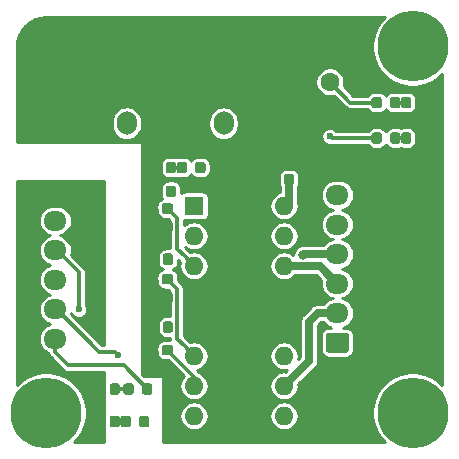
<source format=gbr>
G04 #@! TF.GenerationSoftware,KiCad,Pcbnew,(5.1.2)-1*
G04 #@! TF.CreationDate,2019-06-09T17:51:18+09:00*
G04 #@! TF.ProjectId,STEPPER_MOTOR04,53544550-5045-4525-9f4d-4f544f523034,rev?*
G04 #@! TF.SameCoordinates,Original*
G04 #@! TF.FileFunction,Copper,L1,Top*
G04 #@! TF.FilePolarity,Positive*
%FSLAX46Y46*%
G04 Gerber Fmt 4.6, Leading zero omitted, Abs format (unit mm)*
G04 Created by KiCad (PCBNEW (5.1.2)-1) date 2019-06-09 17:51:18*
%MOMM*%
%LPD*%
G04 APERTURE LIST*
%ADD10C,0.100000*%
%ADD11C,1.700000*%
%ADD12O,1.950000X1.700000*%
%ADD13C,0.875000*%
%ADD14O,1.700000X2.000000*%
%ADD15C,1.600000*%
%ADD16R,1.600000X1.600000*%
%ADD17O,1.600000X1.600000*%
%ADD18C,6.000000*%
%ADD19C,0.600000*%
%ADD20C,0.800000*%
%ADD21C,0.300000*%
%ADD22C,0.700000*%
%ADD23C,0.254000*%
G04 APERTURE END LIST*
D10*
G36*
X101499504Y-86401204D02*
G01*
X101523773Y-86404804D01*
X101547571Y-86410765D01*
X101570671Y-86419030D01*
X101592849Y-86429520D01*
X101613893Y-86442133D01*
X101633598Y-86456747D01*
X101651777Y-86473223D01*
X101668253Y-86491402D01*
X101682867Y-86511107D01*
X101695480Y-86532151D01*
X101705970Y-86554329D01*
X101714235Y-86577429D01*
X101720196Y-86601227D01*
X101723796Y-86625496D01*
X101725000Y-86650000D01*
X101725000Y-87850000D01*
X101723796Y-87874504D01*
X101720196Y-87898773D01*
X101714235Y-87922571D01*
X101705970Y-87945671D01*
X101695480Y-87967849D01*
X101682867Y-87988893D01*
X101668253Y-88008598D01*
X101651777Y-88026777D01*
X101633598Y-88043253D01*
X101613893Y-88057867D01*
X101592849Y-88070480D01*
X101570671Y-88080970D01*
X101547571Y-88089235D01*
X101523773Y-88095196D01*
X101499504Y-88098796D01*
X101475000Y-88100000D01*
X100025000Y-88100000D01*
X100000496Y-88098796D01*
X99976227Y-88095196D01*
X99952429Y-88089235D01*
X99929329Y-88080970D01*
X99907151Y-88070480D01*
X99886107Y-88057867D01*
X99866402Y-88043253D01*
X99848223Y-88026777D01*
X99831747Y-88008598D01*
X99817133Y-87988893D01*
X99804520Y-87967849D01*
X99794030Y-87945671D01*
X99785765Y-87922571D01*
X99779804Y-87898773D01*
X99776204Y-87874504D01*
X99775000Y-87850000D01*
X99775000Y-86650000D01*
X99776204Y-86625496D01*
X99779804Y-86601227D01*
X99785765Y-86577429D01*
X99794030Y-86554329D01*
X99804520Y-86532151D01*
X99817133Y-86511107D01*
X99831747Y-86491402D01*
X99848223Y-86473223D01*
X99866402Y-86456747D01*
X99886107Y-86442133D01*
X99907151Y-86429520D01*
X99929329Y-86419030D01*
X99952429Y-86410765D01*
X99976227Y-86404804D01*
X100000496Y-86401204D01*
X100025000Y-86400000D01*
X101475000Y-86400000D01*
X101499504Y-86401204D01*
X101499504Y-86401204D01*
G37*
D11*
X100750000Y-87250000D03*
D12*
X100750000Y-89750000D03*
X100750000Y-92250000D03*
X100750000Y-94750000D03*
X100750000Y-97250000D03*
X100750000Y-99750000D03*
D10*
G36*
X109202691Y-84776053D02*
G01*
X109223926Y-84779203D01*
X109244750Y-84784419D01*
X109264962Y-84791651D01*
X109284368Y-84800830D01*
X109302781Y-84811866D01*
X109320024Y-84824654D01*
X109335930Y-84839070D01*
X109350346Y-84854976D01*
X109363134Y-84872219D01*
X109374170Y-84890632D01*
X109383349Y-84910038D01*
X109390581Y-84930250D01*
X109395797Y-84951074D01*
X109398947Y-84972309D01*
X109400000Y-84993750D01*
X109400000Y-85506250D01*
X109398947Y-85527691D01*
X109395797Y-85548926D01*
X109390581Y-85569750D01*
X109383349Y-85589962D01*
X109374170Y-85609368D01*
X109363134Y-85627781D01*
X109350346Y-85645024D01*
X109335930Y-85660930D01*
X109320024Y-85675346D01*
X109302781Y-85688134D01*
X109284368Y-85699170D01*
X109264962Y-85708349D01*
X109244750Y-85715581D01*
X109223926Y-85720797D01*
X109202691Y-85723947D01*
X109181250Y-85725000D01*
X108743750Y-85725000D01*
X108722309Y-85723947D01*
X108701074Y-85720797D01*
X108680250Y-85715581D01*
X108660038Y-85708349D01*
X108640632Y-85699170D01*
X108622219Y-85688134D01*
X108604976Y-85675346D01*
X108589070Y-85660930D01*
X108574654Y-85645024D01*
X108561866Y-85627781D01*
X108550830Y-85609368D01*
X108541651Y-85589962D01*
X108534419Y-85569750D01*
X108529203Y-85548926D01*
X108526053Y-85527691D01*
X108525000Y-85506250D01*
X108525000Y-84993750D01*
X108526053Y-84972309D01*
X108529203Y-84951074D01*
X108534419Y-84930250D01*
X108541651Y-84910038D01*
X108550830Y-84890632D01*
X108561866Y-84872219D01*
X108574654Y-84854976D01*
X108589070Y-84839070D01*
X108604976Y-84824654D01*
X108622219Y-84811866D01*
X108640632Y-84800830D01*
X108660038Y-84791651D01*
X108680250Y-84784419D01*
X108701074Y-84779203D01*
X108722309Y-84776053D01*
X108743750Y-84775000D01*
X109181250Y-84775000D01*
X109202691Y-84776053D01*
X109202691Y-84776053D01*
G37*
D13*
X108962500Y-85250000D03*
D10*
G36*
X110777691Y-84776053D02*
G01*
X110798926Y-84779203D01*
X110819750Y-84784419D01*
X110839962Y-84791651D01*
X110859368Y-84800830D01*
X110877781Y-84811866D01*
X110895024Y-84824654D01*
X110910930Y-84839070D01*
X110925346Y-84854976D01*
X110938134Y-84872219D01*
X110949170Y-84890632D01*
X110958349Y-84910038D01*
X110965581Y-84930250D01*
X110970797Y-84951074D01*
X110973947Y-84972309D01*
X110975000Y-84993750D01*
X110975000Y-85506250D01*
X110973947Y-85527691D01*
X110970797Y-85548926D01*
X110965581Y-85569750D01*
X110958349Y-85589962D01*
X110949170Y-85609368D01*
X110938134Y-85627781D01*
X110925346Y-85645024D01*
X110910930Y-85660930D01*
X110895024Y-85675346D01*
X110877781Y-85688134D01*
X110859368Y-85699170D01*
X110839962Y-85708349D01*
X110819750Y-85715581D01*
X110798926Y-85720797D01*
X110777691Y-85723947D01*
X110756250Y-85725000D01*
X110318750Y-85725000D01*
X110297309Y-85723947D01*
X110276074Y-85720797D01*
X110255250Y-85715581D01*
X110235038Y-85708349D01*
X110215632Y-85699170D01*
X110197219Y-85688134D01*
X110179976Y-85675346D01*
X110164070Y-85660930D01*
X110149654Y-85645024D01*
X110136866Y-85627781D01*
X110125830Y-85609368D01*
X110116651Y-85589962D01*
X110109419Y-85569750D01*
X110104203Y-85548926D01*
X110101053Y-85527691D01*
X110100000Y-85506250D01*
X110100000Y-84993750D01*
X110101053Y-84972309D01*
X110104203Y-84951074D01*
X110109419Y-84930250D01*
X110116651Y-84910038D01*
X110125830Y-84890632D01*
X110136866Y-84872219D01*
X110149654Y-84854976D01*
X110164070Y-84839070D01*
X110179976Y-84824654D01*
X110197219Y-84811866D01*
X110215632Y-84800830D01*
X110235038Y-84791651D01*
X110255250Y-84784419D01*
X110276074Y-84779203D01*
X110297309Y-84776053D01*
X110318750Y-84775000D01*
X110756250Y-84775000D01*
X110777691Y-84776053D01*
X110777691Y-84776053D01*
G37*
D13*
X110537500Y-85250000D03*
D10*
G36*
X106027691Y-106276053D02*
G01*
X106048926Y-106279203D01*
X106069750Y-106284419D01*
X106089962Y-106291651D01*
X106109368Y-106300830D01*
X106127781Y-106311866D01*
X106145024Y-106324654D01*
X106160930Y-106339070D01*
X106175346Y-106354976D01*
X106188134Y-106372219D01*
X106199170Y-106390632D01*
X106208349Y-106410038D01*
X106215581Y-106430250D01*
X106220797Y-106451074D01*
X106223947Y-106472309D01*
X106225000Y-106493750D01*
X106225000Y-107006250D01*
X106223947Y-107027691D01*
X106220797Y-107048926D01*
X106215581Y-107069750D01*
X106208349Y-107089962D01*
X106199170Y-107109368D01*
X106188134Y-107127781D01*
X106175346Y-107145024D01*
X106160930Y-107160930D01*
X106145024Y-107175346D01*
X106127781Y-107188134D01*
X106109368Y-107199170D01*
X106089962Y-107208349D01*
X106069750Y-107215581D01*
X106048926Y-107220797D01*
X106027691Y-107223947D01*
X106006250Y-107225000D01*
X105568750Y-107225000D01*
X105547309Y-107223947D01*
X105526074Y-107220797D01*
X105505250Y-107215581D01*
X105485038Y-107208349D01*
X105465632Y-107199170D01*
X105447219Y-107188134D01*
X105429976Y-107175346D01*
X105414070Y-107160930D01*
X105399654Y-107145024D01*
X105386866Y-107127781D01*
X105375830Y-107109368D01*
X105366651Y-107089962D01*
X105359419Y-107069750D01*
X105354203Y-107048926D01*
X105351053Y-107027691D01*
X105350000Y-107006250D01*
X105350000Y-106493750D01*
X105351053Y-106472309D01*
X105354203Y-106451074D01*
X105359419Y-106430250D01*
X105366651Y-106410038D01*
X105375830Y-106390632D01*
X105386866Y-106372219D01*
X105399654Y-106354976D01*
X105414070Y-106339070D01*
X105429976Y-106324654D01*
X105447219Y-106311866D01*
X105465632Y-106300830D01*
X105485038Y-106291651D01*
X105505250Y-106284419D01*
X105526074Y-106279203D01*
X105547309Y-106276053D01*
X105568750Y-106275000D01*
X106006250Y-106275000D01*
X106027691Y-106276053D01*
X106027691Y-106276053D01*
G37*
D13*
X105787500Y-106750000D03*
D10*
G36*
X104452691Y-106276053D02*
G01*
X104473926Y-106279203D01*
X104494750Y-106284419D01*
X104514962Y-106291651D01*
X104534368Y-106300830D01*
X104552781Y-106311866D01*
X104570024Y-106324654D01*
X104585930Y-106339070D01*
X104600346Y-106354976D01*
X104613134Y-106372219D01*
X104624170Y-106390632D01*
X104633349Y-106410038D01*
X104640581Y-106430250D01*
X104645797Y-106451074D01*
X104648947Y-106472309D01*
X104650000Y-106493750D01*
X104650000Y-107006250D01*
X104648947Y-107027691D01*
X104645797Y-107048926D01*
X104640581Y-107069750D01*
X104633349Y-107089962D01*
X104624170Y-107109368D01*
X104613134Y-107127781D01*
X104600346Y-107145024D01*
X104585930Y-107160930D01*
X104570024Y-107175346D01*
X104552781Y-107188134D01*
X104534368Y-107199170D01*
X104514962Y-107208349D01*
X104494750Y-107215581D01*
X104473926Y-107220797D01*
X104452691Y-107223947D01*
X104431250Y-107225000D01*
X103993750Y-107225000D01*
X103972309Y-107223947D01*
X103951074Y-107220797D01*
X103930250Y-107215581D01*
X103910038Y-107208349D01*
X103890632Y-107199170D01*
X103872219Y-107188134D01*
X103854976Y-107175346D01*
X103839070Y-107160930D01*
X103824654Y-107145024D01*
X103811866Y-107127781D01*
X103800830Y-107109368D01*
X103791651Y-107089962D01*
X103784419Y-107069750D01*
X103779203Y-107048926D01*
X103776053Y-107027691D01*
X103775000Y-107006250D01*
X103775000Y-106493750D01*
X103776053Y-106472309D01*
X103779203Y-106451074D01*
X103784419Y-106430250D01*
X103791651Y-106410038D01*
X103800830Y-106390632D01*
X103811866Y-106372219D01*
X103824654Y-106354976D01*
X103839070Y-106339070D01*
X103854976Y-106324654D01*
X103872219Y-106311866D01*
X103890632Y-106300830D01*
X103910038Y-106291651D01*
X103930250Y-106284419D01*
X103951074Y-106279203D01*
X103972309Y-106276053D01*
X103993750Y-106275000D01*
X104431250Y-106275000D01*
X104452691Y-106276053D01*
X104452691Y-106276053D01*
G37*
D13*
X104212500Y-106750000D03*
D10*
G36*
X132277691Y-82276053D02*
G01*
X132298926Y-82279203D01*
X132319750Y-82284419D01*
X132339962Y-82291651D01*
X132359368Y-82300830D01*
X132377781Y-82311866D01*
X132395024Y-82324654D01*
X132410930Y-82339070D01*
X132425346Y-82354976D01*
X132438134Y-82372219D01*
X132449170Y-82390632D01*
X132458349Y-82410038D01*
X132465581Y-82430250D01*
X132470797Y-82451074D01*
X132473947Y-82472309D01*
X132475000Y-82493750D01*
X132475000Y-83006250D01*
X132473947Y-83027691D01*
X132470797Y-83048926D01*
X132465581Y-83069750D01*
X132458349Y-83089962D01*
X132449170Y-83109368D01*
X132438134Y-83127781D01*
X132425346Y-83145024D01*
X132410930Y-83160930D01*
X132395024Y-83175346D01*
X132377781Y-83188134D01*
X132359368Y-83199170D01*
X132339962Y-83208349D01*
X132319750Y-83215581D01*
X132298926Y-83220797D01*
X132277691Y-83223947D01*
X132256250Y-83225000D01*
X131818750Y-83225000D01*
X131797309Y-83223947D01*
X131776074Y-83220797D01*
X131755250Y-83215581D01*
X131735038Y-83208349D01*
X131715632Y-83199170D01*
X131697219Y-83188134D01*
X131679976Y-83175346D01*
X131664070Y-83160930D01*
X131649654Y-83145024D01*
X131636866Y-83127781D01*
X131625830Y-83109368D01*
X131616651Y-83089962D01*
X131609419Y-83069750D01*
X131604203Y-83048926D01*
X131601053Y-83027691D01*
X131600000Y-83006250D01*
X131600000Y-82493750D01*
X131601053Y-82472309D01*
X131604203Y-82451074D01*
X131609419Y-82430250D01*
X131616651Y-82410038D01*
X131625830Y-82390632D01*
X131636866Y-82372219D01*
X131649654Y-82354976D01*
X131664070Y-82339070D01*
X131679976Y-82324654D01*
X131697219Y-82311866D01*
X131715632Y-82300830D01*
X131735038Y-82291651D01*
X131755250Y-82284419D01*
X131776074Y-82279203D01*
X131797309Y-82276053D01*
X131818750Y-82275000D01*
X132256250Y-82275000D01*
X132277691Y-82276053D01*
X132277691Y-82276053D01*
G37*
D13*
X132037500Y-82750000D03*
D10*
G36*
X130702691Y-82276053D02*
G01*
X130723926Y-82279203D01*
X130744750Y-82284419D01*
X130764962Y-82291651D01*
X130784368Y-82300830D01*
X130802781Y-82311866D01*
X130820024Y-82324654D01*
X130835930Y-82339070D01*
X130850346Y-82354976D01*
X130863134Y-82372219D01*
X130874170Y-82390632D01*
X130883349Y-82410038D01*
X130890581Y-82430250D01*
X130895797Y-82451074D01*
X130898947Y-82472309D01*
X130900000Y-82493750D01*
X130900000Y-83006250D01*
X130898947Y-83027691D01*
X130895797Y-83048926D01*
X130890581Y-83069750D01*
X130883349Y-83089962D01*
X130874170Y-83109368D01*
X130863134Y-83127781D01*
X130850346Y-83145024D01*
X130835930Y-83160930D01*
X130820024Y-83175346D01*
X130802781Y-83188134D01*
X130784368Y-83199170D01*
X130764962Y-83208349D01*
X130744750Y-83215581D01*
X130723926Y-83220797D01*
X130702691Y-83223947D01*
X130681250Y-83225000D01*
X130243750Y-83225000D01*
X130222309Y-83223947D01*
X130201074Y-83220797D01*
X130180250Y-83215581D01*
X130160038Y-83208349D01*
X130140632Y-83199170D01*
X130122219Y-83188134D01*
X130104976Y-83175346D01*
X130089070Y-83160930D01*
X130074654Y-83145024D01*
X130061866Y-83127781D01*
X130050830Y-83109368D01*
X130041651Y-83089962D01*
X130034419Y-83069750D01*
X130029203Y-83048926D01*
X130026053Y-83027691D01*
X130025000Y-83006250D01*
X130025000Y-82493750D01*
X130026053Y-82472309D01*
X130029203Y-82451074D01*
X130034419Y-82430250D01*
X130041651Y-82410038D01*
X130050830Y-82390632D01*
X130061866Y-82372219D01*
X130074654Y-82354976D01*
X130089070Y-82339070D01*
X130104976Y-82324654D01*
X130122219Y-82311866D01*
X130140632Y-82300830D01*
X130160038Y-82291651D01*
X130180250Y-82284419D01*
X130201074Y-82279203D01*
X130222309Y-82276053D01*
X130243750Y-82275000D01*
X130681250Y-82275000D01*
X130702691Y-82276053D01*
X130702691Y-82276053D01*
G37*
D13*
X130462500Y-82750000D03*
D10*
G36*
X106952691Y-106276053D02*
G01*
X106973926Y-106279203D01*
X106994750Y-106284419D01*
X107014962Y-106291651D01*
X107034368Y-106300830D01*
X107052781Y-106311866D01*
X107070024Y-106324654D01*
X107085930Y-106339070D01*
X107100346Y-106354976D01*
X107113134Y-106372219D01*
X107124170Y-106390632D01*
X107133349Y-106410038D01*
X107140581Y-106430250D01*
X107145797Y-106451074D01*
X107148947Y-106472309D01*
X107150000Y-106493750D01*
X107150000Y-107006250D01*
X107148947Y-107027691D01*
X107145797Y-107048926D01*
X107140581Y-107069750D01*
X107133349Y-107089962D01*
X107124170Y-107109368D01*
X107113134Y-107127781D01*
X107100346Y-107145024D01*
X107085930Y-107160930D01*
X107070024Y-107175346D01*
X107052781Y-107188134D01*
X107034368Y-107199170D01*
X107014962Y-107208349D01*
X106994750Y-107215581D01*
X106973926Y-107220797D01*
X106952691Y-107223947D01*
X106931250Y-107225000D01*
X106493750Y-107225000D01*
X106472309Y-107223947D01*
X106451074Y-107220797D01*
X106430250Y-107215581D01*
X106410038Y-107208349D01*
X106390632Y-107199170D01*
X106372219Y-107188134D01*
X106354976Y-107175346D01*
X106339070Y-107160930D01*
X106324654Y-107145024D01*
X106311866Y-107127781D01*
X106300830Y-107109368D01*
X106291651Y-107089962D01*
X106284419Y-107069750D01*
X106279203Y-107048926D01*
X106276053Y-107027691D01*
X106275000Y-107006250D01*
X106275000Y-106493750D01*
X106276053Y-106472309D01*
X106279203Y-106451074D01*
X106284419Y-106430250D01*
X106291651Y-106410038D01*
X106300830Y-106390632D01*
X106311866Y-106372219D01*
X106324654Y-106354976D01*
X106339070Y-106339070D01*
X106354976Y-106324654D01*
X106372219Y-106311866D01*
X106390632Y-106300830D01*
X106410038Y-106291651D01*
X106430250Y-106284419D01*
X106451074Y-106279203D01*
X106472309Y-106276053D01*
X106493750Y-106275000D01*
X106931250Y-106275000D01*
X106952691Y-106276053D01*
X106952691Y-106276053D01*
G37*
D13*
X106712500Y-106750000D03*
D10*
G36*
X108527691Y-106276053D02*
G01*
X108548926Y-106279203D01*
X108569750Y-106284419D01*
X108589962Y-106291651D01*
X108609368Y-106300830D01*
X108627781Y-106311866D01*
X108645024Y-106324654D01*
X108660930Y-106339070D01*
X108675346Y-106354976D01*
X108688134Y-106372219D01*
X108699170Y-106390632D01*
X108708349Y-106410038D01*
X108715581Y-106430250D01*
X108720797Y-106451074D01*
X108723947Y-106472309D01*
X108725000Y-106493750D01*
X108725000Y-107006250D01*
X108723947Y-107027691D01*
X108720797Y-107048926D01*
X108715581Y-107069750D01*
X108708349Y-107089962D01*
X108699170Y-107109368D01*
X108688134Y-107127781D01*
X108675346Y-107145024D01*
X108660930Y-107160930D01*
X108645024Y-107175346D01*
X108627781Y-107188134D01*
X108609368Y-107199170D01*
X108589962Y-107208349D01*
X108569750Y-107215581D01*
X108548926Y-107220797D01*
X108527691Y-107223947D01*
X108506250Y-107225000D01*
X108068750Y-107225000D01*
X108047309Y-107223947D01*
X108026074Y-107220797D01*
X108005250Y-107215581D01*
X107985038Y-107208349D01*
X107965632Y-107199170D01*
X107947219Y-107188134D01*
X107929976Y-107175346D01*
X107914070Y-107160930D01*
X107899654Y-107145024D01*
X107886866Y-107127781D01*
X107875830Y-107109368D01*
X107866651Y-107089962D01*
X107859419Y-107069750D01*
X107854203Y-107048926D01*
X107851053Y-107027691D01*
X107850000Y-107006250D01*
X107850000Y-106493750D01*
X107851053Y-106472309D01*
X107854203Y-106451074D01*
X107859419Y-106430250D01*
X107866651Y-106410038D01*
X107875830Y-106390632D01*
X107886866Y-106372219D01*
X107899654Y-106354976D01*
X107914070Y-106339070D01*
X107929976Y-106324654D01*
X107947219Y-106311866D01*
X107965632Y-106300830D01*
X107985038Y-106291651D01*
X108005250Y-106284419D01*
X108026074Y-106279203D01*
X108047309Y-106276053D01*
X108068750Y-106275000D01*
X108506250Y-106275000D01*
X108527691Y-106276053D01*
X108527691Y-106276053D01*
G37*
D13*
X108287500Y-106750000D03*
D10*
G36*
X129777691Y-82276053D02*
G01*
X129798926Y-82279203D01*
X129819750Y-82284419D01*
X129839962Y-82291651D01*
X129859368Y-82300830D01*
X129877781Y-82311866D01*
X129895024Y-82324654D01*
X129910930Y-82339070D01*
X129925346Y-82354976D01*
X129938134Y-82372219D01*
X129949170Y-82390632D01*
X129958349Y-82410038D01*
X129965581Y-82430250D01*
X129970797Y-82451074D01*
X129973947Y-82472309D01*
X129975000Y-82493750D01*
X129975000Y-83006250D01*
X129973947Y-83027691D01*
X129970797Y-83048926D01*
X129965581Y-83069750D01*
X129958349Y-83089962D01*
X129949170Y-83109368D01*
X129938134Y-83127781D01*
X129925346Y-83145024D01*
X129910930Y-83160930D01*
X129895024Y-83175346D01*
X129877781Y-83188134D01*
X129859368Y-83199170D01*
X129839962Y-83208349D01*
X129819750Y-83215581D01*
X129798926Y-83220797D01*
X129777691Y-83223947D01*
X129756250Y-83225000D01*
X129318750Y-83225000D01*
X129297309Y-83223947D01*
X129276074Y-83220797D01*
X129255250Y-83215581D01*
X129235038Y-83208349D01*
X129215632Y-83199170D01*
X129197219Y-83188134D01*
X129179976Y-83175346D01*
X129164070Y-83160930D01*
X129149654Y-83145024D01*
X129136866Y-83127781D01*
X129125830Y-83109368D01*
X129116651Y-83089962D01*
X129109419Y-83069750D01*
X129104203Y-83048926D01*
X129101053Y-83027691D01*
X129100000Y-83006250D01*
X129100000Y-82493750D01*
X129101053Y-82472309D01*
X129104203Y-82451074D01*
X129109419Y-82430250D01*
X129116651Y-82410038D01*
X129125830Y-82390632D01*
X129136866Y-82372219D01*
X129149654Y-82354976D01*
X129164070Y-82339070D01*
X129179976Y-82324654D01*
X129197219Y-82311866D01*
X129215632Y-82300830D01*
X129235038Y-82291651D01*
X129255250Y-82284419D01*
X129276074Y-82279203D01*
X129297309Y-82276053D01*
X129318750Y-82275000D01*
X129756250Y-82275000D01*
X129777691Y-82276053D01*
X129777691Y-82276053D01*
G37*
D13*
X129537500Y-82750000D03*
D10*
G36*
X128202691Y-82276053D02*
G01*
X128223926Y-82279203D01*
X128244750Y-82284419D01*
X128264962Y-82291651D01*
X128284368Y-82300830D01*
X128302781Y-82311866D01*
X128320024Y-82324654D01*
X128335930Y-82339070D01*
X128350346Y-82354976D01*
X128363134Y-82372219D01*
X128374170Y-82390632D01*
X128383349Y-82410038D01*
X128390581Y-82430250D01*
X128395797Y-82451074D01*
X128398947Y-82472309D01*
X128400000Y-82493750D01*
X128400000Y-83006250D01*
X128398947Y-83027691D01*
X128395797Y-83048926D01*
X128390581Y-83069750D01*
X128383349Y-83089962D01*
X128374170Y-83109368D01*
X128363134Y-83127781D01*
X128350346Y-83145024D01*
X128335930Y-83160930D01*
X128320024Y-83175346D01*
X128302781Y-83188134D01*
X128284368Y-83199170D01*
X128264962Y-83208349D01*
X128244750Y-83215581D01*
X128223926Y-83220797D01*
X128202691Y-83223947D01*
X128181250Y-83225000D01*
X127743750Y-83225000D01*
X127722309Y-83223947D01*
X127701074Y-83220797D01*
X127680250Y-83215581D01*
X127660038Y-83208349D01*
X127640632Y-83199170D01*
X127622219Y-83188134D01*
X127604976Y-83175346D01*
X127589070Y-83160930D01*
X127574654Y-83145024D01*
X127561866Y-83127781D01*
X127550830Y-83109368D01*
X127541651Y-83089962D01*
X127534419Y-83069750D01*
X127529203Y-83048926D01*
X127526053Y-83027691D01*
X127525000Y-83006250D01*
X127525000Y-82493750D01*
X127526053Y-82472309D01*
X127529203Y-82451074D01*
X127534419Y-82430250D01*
X127541651Y-82410038D01*
X127550830Y-82390632D01*
X127561866Y-82372219D01*
X127574654Y-82354976D01*
X127589070Y-82339070D01*
X127604976Y-82324654D01*
X127622219Y-82311866D01*
X127640632Y-82300830D01*
X127660038Y-82291651D01*
X127680250Y-82284419D01*
X127701074Y-82279203D01*
X127722309Y-82276053D01*
X127743750Y-82275000D01*
X128181250Y-82275000D01*
X128202691Y-82276053D01*
X128202691Y-82276053D01*
G37*
D13*
X127962500Y-82750000D03*
D10*
G36*
X110527691Y-94276053D02*
G01*
X110548926Y-94279203D01*
X110569750Y-94284419D01*
X110589962Y-94291651D01*
X110609368Y-94300830D01*
X110627781Y-94311866D01*
X110645024Y-94324654D01*
X110660930Y-94339070D01*
X110675346Y-94354976D01*
X110688134Y-94372219D01*
X110699170Y-94390632D01*
X110708349Y-94410038D01*
X110715581Y-94430250D01*
X110720797Y-94451074D01*
X110723947Y-94472309D01*
X110725000Y-94493750D01*
X110725000Y-94931250D01*
X110723947Y-94952691D01*
X110720797Y-94973926D01*
X110715581Y-94994750D01*
X110708349Y-95014962D01*
X110699170Y-95034368D01*
X110688134Y-95052781D01*
X110675346Y-95070024D01*
X110660930Y-95085930D01*
X110645024Y-95100346D01*
X110627781Y-95113134D01*
X110609368Y-95124170D01*
X110589962Y-95133349D01*
X110569750Y-95140581D01*
X110548926Y-95145797D01*
X110527691Y-95148947D01*
X110506250Y-95150000D01*
X109993750Y-95150000D01*
X109972309Y-95148947D01*
X109951074Y-95145797D01*
X109930250Y-95140581D01*
X109910038Y-95133349D01*
X109890632Y-95124170D01*
X109872219Y-95113134D01*
X109854976Y-95100346D01*
X109839070Y-95085930D01*
X109824654Y-95070024D01*
X109811866Y-95052781D01*
X109800830Y-95034368D01*
X109791651Y-95014962D01*
X109784419Y-94994750D01*
X109779203Y-94973926D01*
X109776053Y-94952691D01*
X109775000Y-94931250D01*
X109775000Y-94493750D01*
X109776053Y-94472309D01*
X109779203Y-94451074D01*
X109784419Y-94430250D01*
X109791651Y-94410038D01*
X109800830Y-94390632D01*
X109811866Y-94372219D01*
X109824654Y-94354976D01*
X109839070Y-94339070D01*
X109854976Y-94324654D01*
X109872219Y-94311866D01*
X109890632Y-94300830D01*
X109910038Y-94291651D01*
X109930250Y-94284419D01*
X109951074Y-94279203D01*
X109972309Y-94276053D01*
X109993750Y-94275000D01*
X110506250Y-94275000D01*
X110527691Y-94276053D01*
X110527691Y-94276053D01*
G37*
D13*
X110250000Y-94712500D03*
D10*
G36*
X110527691Y-95851053D02*
G01*
X110548926Y-95854203D01*
X110569750Y-95859419D01*
X110589962Y-95866651D01*
X110609368Y-95875830D01*
X110627781Y-95886866D01*
X110645024Y-95899654D01*
X110660930Y-95914070D01*
X110675346Y-95929976D01*
X110688134Y-95947219D01*
X110699170Y-95965632D01*
X110708349Y-95985038D01*
X110715581Y-96005250D01*
X110720797Y-96026074D01*
X110723947Y-96047309D01*
X110725000Y-96068750D01*
X110725000Y-96506250D01*
X110723947Y-96527691D01*
X110720797Y-96548926D01*
X110715581Y-96569750D01*
X110708349Y-96589962D01*
X110699170Y-96609368D01*
X110688134Y-96627781D01*
X110675346Y-96645024D01*
X110660930Y-96660930D01*
X110645024Y-96675346D01*
X110627781Y-96688134D01*
X110609368Y-96699170D01*
X110589962Y-96708349D01*
X110569750Y-96715581D01*
X110548926Y-96720797D01*
X110527691Y-96723947D01*
X110506250Y-96725000D01*
X109993750Y-96725000D01*
X109972309Y-96723947D01*
X109951074Y-96720797D01*
X109930250Y-96715581D01*
X109910038Y-96708349D01*
X109890632Y-96699170D01*
X109872219Y-96688134D01*
X109854976Y-96675346D01*
X109839070Y-96660930D01*
X109824654Y-96645024D01*
X109811866Y-96627781D01*
X109800830Y-96609368D01*
X109791651Y-96589962D01*
X109784419Y-96569750D01*
X109779203Y-96548926D01*
X109776053Y-96527691D01*
X109775000Y-96506250D01*
X109775000Y-96068750D01*
X109776053Y-96047309D01*
X109779203Y-96026074D01*
X109784419Y-96005250D01*
X109791651Y-95985038D01*
X109800830Y-95965632D01*
X109811866Y-95947219D01*
X109824654Y-95929976D01*
X109839070Y-95914070D01*
X109854976Y-95899654D01*
X109872219Y-95886866D01*
X109890632Y-95875830D01*
X109910038Y-95866651D01*
X109930250Y-95859419D01*
X109951074Y-95854203D01*
X109972309Y-95851053D01*
X109993750Y-95850000D01*
X110506250Y-95850000D01*
X110527691Y-95851053D01*
X110527691Y-95851053D01*
G37*
D13*
X110250000Y-96287500D03*
D10*
G36*
X110527691Y-100276053D02*
G01*
X110548926Y-100279203D01*
X110569750Y-100284419D01*
X110589962Y-100291651D01*
X110609368Y-100300830D01*
X110627781Y-100311866D01*
X110645024Y-100324654D01*
X110660930Y-100339070D01*
X110675346Y-100354976D01*
X110688134Y-100372219D01*
X110699170Y-100390632D01*
X110708349Y-100410038D01*
X110715581Y-100430250D01*
X110720797Y-100451074D01*
X110723947Y-100472309D01*
X110725000Y-100493750D01*
X110725000Y-100931250D01*
X110723947Y-100952691D01*
X110720797Y-100973926D01*
X110715581Y-100994750D01*
X110708349Y-101014962D01*
X110699170Y-101034368D01*
X110688134Y-101052781D01*
X110675346Y-101070024D01*
X110660930Y-101085930D01*
X110645024Y-101100346D01*
X110627781Y-101113134D01*
X110609368Y-101124170D01*
X110589962Y-101133349D01*
X110569750Y-101140581D01*
X110548926Y-101145797D01*
X110527691Y-101148947D01*
X110506250Y-101150000D01*
X109993750Y-101150000D01*
X109972309Y-101148947D01*
X109951074Y-101145797D01*
X109930250Y-101140581D01*
X109910038Y-101133349D01*
X109890632Y-101124170D01*
X109872219Y-101113134D01*
X109854976Y-101100346D01*
X109839070Y-101085930D01*
X109824654Y-101070024D01*
X109811866Y-101052781D01*
X109800830Y-101034368D01*
X109791651Y-101014962D01*
X109784419Y-100994750D01*
X109779203Y-100973926D01*
X109776053Y-100952691D01*
X109775000Y-100931250D01*
X109775000Y-100493750D01*
X109776053Y-100472309D01*
X109779203Y-100451074D01*
X109784419Y-100430250D01*
X109791651Y-100410038D01*
X109800830Y-100390632D01*
X109811866Y-100372219D01*
X109824654Y-100354976D01*
X109839070Y-100339070D01*
X109854976Y-100324654D01*
X109872219Y-100311866D01*
X109890632Y-100300830D01*
X109910038Y-100291651D01*
X109930250Y-100284419D01*
X109951074Y-100279203D01*
X109972309Y-100276053D01*
X109993750Y-100275000D01*
X110506250Y-100275000D01*
X110527691Y-100276053D01*
X110527691Y-100276053D01*
G37*
D13*
X110250000Y-100712500D03*
D10*
G36*
X110527691Y-101851053D02*
G01*
X110548926Y-101854203D01*
X110569750Y-101859419D01*
X110589962Y-101866651D01*
X110609368Y-101875830D01*
X110627781Y-101886866D01*
X110645024Y-101899654D01*
X110660930Y-101914070D01*
X110675346Y-101929976D01*
X110688134Y-101947219D01*
X110699170Y-101965632D01*
X110708349Y-101985038D01*
X110715581Y-102005250D01*
X110720797Y-102026074D01*
X110723947Y-102047309D01*
X110725000Y-102068750D01*
X110725000Y-102506250D01*
X110723947Y-102527691D01*
X110720797Y-102548926D01*
X110715581Y-102569750D01*
X110708349Y-102589962D01*
X110699170Y-102609368D01*
X110688134Y-102627781D01*
X110675346Y-102645024D01*
X110660930Y-102660930D01*
X110645024Y-102675346D01*
X110627781Y-102688134D01*
X110609368Y-102699170D01*
X110589962Y-102708349D01*
X110569750Y-102715581D01*
X110548926Y-102720797D01*
X110527691Y-102723947D01*
X110506250Y-102725000D01*
X109993750Y-102725000D01*
X109972309Y-102723947D01*
X109951074Y-102720797D01*
X109930250Y-102715581D01*
X109910038Y-102708349D01*
X109890632Y-102699170D01*
X109872219Y-102688134D01*
X109854976Y-102675346D01*
X109839070Y-102660930D01*
X109824654Y-102645024D01*
X109811866Y-102627781D01*
X109800830Y-102609368D01*
X109791651Y-102589962D01*
X109784419Y-102569750D01*
X109779203Y-102548926D01*
X109776053Y-102527691D01*
X109775000Y-102506250D01*
X109775000Y-102068750D01*
X109776053Y-102047309D01*
X109779203Y-102026074D01*
X109784419Y-102005250D01*
X109791651Y-101985038D01*
X109800830Y-101965632D01*
X109811866Y-101947219D01*
X109824654Y-101929976D01*
X109839070Y-101914070D01*
X109854976Y-101899654D01*
X109872219Y-101886866D01*
X109890632Y-101875830D01*
X109910038Y-101866651D01*
X109930250Y-101859419D01*
X109951074Y-101854203D01*
X109972309Y-101851053D01*
X109993750Y-101850000D01*
X110506250Y-101850000D01*
X110527691Y-101851053D01*
X110527691Y-101851053D01*
G37*
D13*
X110250000Y-102287500D03*
D10*
G36*
X110527691Y-89851053D02*
G01*
X110548926Y-89854203D01*
X110569750Y-89859419D01*
X110589962Y-89866651D01*
X110609368Y-89875830D01*
X110627781Y-89886866D01*
X110645024Y-89899654D01*
X110660930Y-89914070D01*
X110675346Y-89929976D01*
X110688134Y-89947219D01*
X110699170Y-89965632D01*
X110708349Y-89985038D01*
X110715581Y-90005250D01*
X110720797Y-90026074D01*
X110723947Y-90047309D01*
X110725000Y-90068750D01*
X110725000Y-90506250D01*
X110723947Y-90527691D01*
X110720797Y-90548926D01*
X110715581Y-90569750D01*
X110708349Y-90589962D01*
X110699170Y-90609368D01*
X110688134Y-90627781D01*
X110675346Y-90645024D01*
X110660930Y-90660930D01*
X110645024Y-90675346D01*
X110627781Y-90688134D01*
X110609368Y-90699170D01*
X110589962Y-90708349D01*
X110569750Y-90715581D01*
X110548926Y-90720797D01*
X110527691Y-90723947D01*
X110506250Y-90725000D01*
X109993750Y-90725000D01*
X109972309Y-90723947D01*
X109951074Y-90720797D01*
X109930250Y-90715581D01*
X109910038Y-90708349D01*
X109890632Y-90699170D01*
X109872219Y-90688134D01*
X109854976Y-90675346D01*
X109839070Y-90660930D01*
X109824654Y-90645024D01*
X109811866Y-90627781D01*
X109800830Y-90609368D01*
X109791651Y-90589962D01*
X109784419Y-90569750D01*
X109779203Y-90548926D01*
X109776053Y-90527691D01*
X109775000Y-90506250D01*
X109775000Y-90068750D01*
X109776053Y-90047309D01*
X109779203Y-90026074D01*
X109784419Y-90005250D01*
X109791651Y-89985038D01*
X109800830Y-89965632D01*
X109811866Y-89947219D01*
X109824654Y-89929976D01*
X109839070Y-89914070D01*
X109854976Y-89899654D01*
X109872219Y-89886866D01*
X109890632Y-89875830D01*
X109910038Y-89866651D01*
X109930250Y-89859419D01*
X109951074Y-89854203D01*
X109972309Y-89851053D01*
X109993750Y-89850000D01*
X110506250Y-89850000D01*
X110527691Y-89851053D01*
X110527691Y-89851053D01*
G37*
D13*
X110250000Y-90287500D03*
D10*
G36*
X110527691Y-88276053D02*
G01*
X110548926Y-88279203D01*
X110569750Y-88284419D01*
X110589962Y-88291651D01*
X110609368Y-88300830D01*
X110627781Y-88311866D01*
X110645024Y-88324654D01*
X110660930Y-88339070D01*
X110675346Y-88354976D01*
X110688134Y-88372219D01*
X110699170Y-88390632D01*
X110708349Y-88410038D01*
X110715581Y-88430250D01*
X110720797Y-88451074D01*
X110723947Y-88472309D01*
X110725000Y-88493750D01*
X110725000Y-88931250D01*
X110723947Y-88952691D01*
X110720797Y-88973926D01*
X110715581Y-88994750D01*
X110708349Y-89014962D01*
X110699170Y-89034368D01*
X110688134Y-89052781D01*
X110675346Y-89070024D01*
X110660930Y-89085930D01*
X110645024Y-89100346D01*
X110627781Y-89113134D01*
X110609368Y-89124170D01*
X110589962Y-89133349D01*
X110569750Y-89140581D01*
X110548926Y-89145797D01*
X110527691Y-89148947D01*
X110506250Y-89150000D01*
X109993750Y-89150000D01*
X109972309Y-89148947D01*
X109951074Y-89145797D01*
X109930250Y-89140581D01*
X109910038Y-89133349D01*
X109890632Y-89124170D01*
X109872219Y-89113134D01*
X109854976Y-89100346D01*
X109839070Y-89085930D01*
X109824654Y-89070024D01*
X109811866Y-89052781D01*
X109800830Y-89034368D01*
X109791651Y-89014962D01*
X109784419Y-88994750D01*
X109779203Y-88973926D01*
X109776053Y-88952691D01*
X109775000Y-88931250D01*
X109775000Y-88493750D01*
X109776053Y-88472309D01*
X109779203Y-88451074D01*
X109784419Y-88430250D01*
X109791651Y-88410038D01*
X109800830Y-88390632D01*
X109811866Y-88372219D01*
X109824654Y-88354976D01*
X109839070Y-88339070D01*
X109854976Y-88324654D01*
X109872219Y-88311866D01*
X109890632Y-88300830D01*
X109910038Y-88291651D01*
X109930250Y-88284419D01*
X109951074Y-88279203D01*
X109972309Y-88276053D01*
X109993750Y-88275000D01*
X110506250Y-88275000D01*
X110527691Y-88276053D01*
X110527691Y-88276053D01*
G37*
D13*
X110250000Y-88712500D03*
D10*
G36*
X113277691Y-84776053D02*
G01*
X113298926Y-84779203D01*
X113319750Y-84784419D01*
X113339962Y-84791651D01*
X113359368Y-84800830D01*
X113377781Y-84811866D01*
X113395024Y-84824654D01*
X113410930Y-84839070D01*
X113425346Y-84854976D01*
X113438134Y-84872219D01*
X113449170Y-84890632D01*
X113458349Y-84910038D01*
X113465581Y-84930250D01*
X113470797Y-84951074D01*
X113473947Y-84972309D01*
X113475000Y-84993750D01*
X113475000Y-85506250D01*
X113473947Y-85527691D01*
X113470797Y-85548926D01*
X113465581Y-85569750D01*
X113458349Y-85589962D01*
X113449170Y-85609368D01*
X113438134Y-85627781D01*
X113425346Y-85645024D01*
X113410930Y-85660930D01*
X113395024Y-85675346D01*
X113377781Y-85688134D01*
X113359368Y-85699170D01*
X113339962Y-85708349D01*
X113319750Y-85715581D01*
X113298926Y-85720797D01*
X113277691Y-85723947D01*
X113256250Y-85725000D01*
X112818750Y-85725000D01*
X112797309Y-85723947D01*
X112776074Y-85720797D01*
X112755250Y-85715581D01*
X112735038Y-85708349D01*
X112715632Y-85699170D01*
X112697219Y-85688134D01*
X112679976Y-85675346D01*
X112664070Y-85660930D01*
X112649654Y-85645024D01*
X112636866Y-85627781D01*
X112625830Y-85609368D01*
X112616651Y-85589962D01*
X112609419Y-85569750D01*
X112604203Y-85548926D01*
X112601053Y-85527691D01*
X112600000Y-85506250D01*
X112600000Y-84993750D01*
X112601053Y-84972309D01*
X112604203Y-84951074D01*
X112609419Y-84930250D01*
X112616651Y-84910038D01*
X112625830Y-84890632D01*
X112636866Y-84872219D01*
X112649654Y-84854976D01*
X112664070Y-84839070D01*
X112679976Y-84824654D01*
X112697219Y-84811866D01*
X112715632Y-84800830D01*
X112735038Y-84791651D01*
X112755250Y-84784419D01*
X112776074Y-84779203D01*
X112797309Y-84776053D01*
X112818750Y-84775000D01*
X113256250Y-84775000D01*
X113277691Y-84776053D01*
X113277691Y-84776053D01*
G37*
D13*
X113037500Y-85250000D03*
D10*
G36*
X111702691Y-84776053D02*
G01*
X111723926Y-84779203D01*
X111744750Y-84784419D01*
X111764962Y-84791651D01*
X111784368Y-84800830D01*
X111802781Y-84811866D01*
X111820024Y-84824654D01*
X111835930Y-84839070D01*
X111850346Y-84854976D01*
X111863134Y-84872219D01*
X111874170Y-84890632D01*
X111883349Y-84910038D01*
X111890581Y-84930250D01*
X111895797Y-84951074D01*
X111898947Y-84972309D01*
X111900000Y-84993750D01*
X111900000Y-85506250D01*
X111898947Y-85527691D01*
X111895797Y-85548926D01*
X111890581Y-85569750D01*
X111883349Y-85589962D01*
X111874170Y-85609368D01*
X111863134Y-85627781D01*
X111850346Y-85645024D01*
X111835930Y-85660930D01*
X111820024Y-85675346D01*
X111802781Y-85688134D01*
X111784368Y-85699170D01*
X111764962Y-85708349D01*
X111744750Y-85715581D01*
X111723926Y-85720797D01*
X111702691Y-85723947D01*
X111681250Y-85725000D01*
X111243750Y-85725000D01*
X111222309Y-85723947D01*
X111201074Y-85720797D01*
X111180250Y-85715581D01*
X111160038Y-85708349D01*
X111140632Y-85699170D01*
X111122219Y-85688134D01*
X111104976Y-85675346D01*
X111089070Y-85660930D01*
X111074654Y-85645024D01*
X111061866Y-85627781D01*
X111050830Y-85609368D01*
X111041651Y-85589962D01*
X111034419Y-85569750D01*
X111029203Y-85548926D01*
X111026053Y-85527691D01*
X111025000Y-85506250D01*
X111025000Y-84993750D01*
X111026053Y-84972309D01*
X111029203Y-84951074D01*
X111034419Y-84930250D01*
X111041651Y-84910038D01*
X111050830Y-84890632D01*
X111061866Y-84872219D01*
X111074654Y-84854976D01*
X111089070Y-84839070D01*
X111104976Y-84824654D01*
X111122219Y-84811866D01*
X111140632Y-84800830D01*
X111160038Y-84791651D01*
X111180250Y-84784419D01*
X111201074Y-84779203D01*
X111222309Y-84776053D01*
X111243750Y-84775000D01*
X111681250Y-84775000D01*
X111702691Y-84776053D01*
X111702691Y-84776053D01*
G37*
D13*
X111462500Y-85250000D03*
D10*
G36*
X120777691Y-85776053D02*
G01*
X120798926Y-85779203D01*
X120819750Y-85784419D01*
X120839962Y-85791651D01*
X120859368Y-85800830D01*
X120877781Y-85811866D01*
X120895024Y-85824654D01*
X120910930Y-85839070D01*
X120925346Y-85854976D01*
X120938134Y-85872219D01*
X120949170Y-85890632D01*
X120958349Y-85910038D01*
X120965581Y-85930250D01*
X120970797Y-85951074D01*
X120973947Y-85972309D01*
X120975000Y-85993750D01*
X120975000Y-86506250D01*
X120973947Y-86527691D01*
X120970797Y-86548926D01*
X120965581Y-86569750D01*
X120958349Y-86589962D01*
X120949170Y-86609368D01*
X120938134Y-86627781D01*
X120925346Y-86645024D01*
X120910930Y-86660930D01*
X120895024Y-86675346D01*
X120877781Y-86688134D01*
X120859368Y-86699170D01*
X120839962Y-86708349D01*
X120819750Y-86715581D01*
X120798926Y-86720797D01*
X120777691Y-86723947D01*
X120756250Y-86725000D01*
X120318750Y-86725000D01*
X120297309Y-86723947D01*
X120276074Y-86720797D01*
X120255250Y-86715581D01*
X120235038Y-86708349D01*
X120215632Y-86699170D01*
X120197219Y-86688134D01*
X120179976Y-86675346D01*
X120164070Y-86660930D01*
X120149654Y-86645024D01*
X120136866Y-86627781D01*
X120125830Y-86609368D01*
X120116651Y-86589962D01*
X120109419Y-86569750D01*
X120104203Y-86548926D01*
X120101053Y-86527691D01*
X120100000Y-86506250D01*
X120100000Y-85993750D01*
X120101053Y-85972309D01*
X120104203Y-85951074D01*
X120109419Y-85930250D01*
X120116651Y-85910038D01*
X120125830Y-85890632D01*
X120136866Y-85872219D01*
X120149654Y-85854976D01*
X120164070Y-85839070D01*
X120179976Y-85824654D01*
X120197219Y-85811866D01*
X120215632Y-85800830D01*
X120235038Y-85791651D01*
X120255250Y-85784419D01*
X120276074Y-85779203D01*
X120297309Y-85776053D01*
X120318750Y-85775000D01*
X120756250Y-85775000D01*
X120777691Y-85776053D01*
X120777691Y-85776053D01*
G37*
D13*
X120537500Y-86250000D03*
D10*
G36*
X119202691Y-85776053D02*
G01*
X119223926Y-85779203D01*
X119244750Y-85784419D01*
X119264962Y-85791651D01*
X119284368Y-85800830D01*
X119302781Y-85811866D01*
X119320024Y-85824654D01*
X119335930Y-85839070D01*
X119350346Y-85854976D01*
X119363134Y-85872219D01*
X119374170Y-85890632D01*
X119383349Y-85910038D01*
X119390581Y-85930250D01*
X119395797Y-85951074D01*
X119398947Y-85972309D01*
X119400000Y-85993750D01*
X119400000Y-86506250D01*
X119398947Y-86527691D01*
X119395797Y-86548926D01*
X119390581Y-86569750D01*
X119383349Y-86589962D01*
X119374170Y-86609368D01*
X119363134Y-86627781D01*
X119350346Y-86645024D01*
X119335930Y-86660930D01*
X119320024Y-86675346D01*
X119302781Y-86688134D01*
X119284368Y-86699170D01*
X119264962Y-86708349D01*
X119244750Y-86715581D01*
X119223926Y-86720797D01*
X119202691Y-86723947D01*
X119181250Y-86725000D01*
X118743750Y-86725000D01*
X118722309Y-86723947D01*
X118701074Y-86720797D01*
X118680250Y-86715581D01*
X118660038Y-86708349D01*
X118640632Y-86699170D01*
X118622219Y-86688134D01*
X118604976Y-86675346D01*
X118589070Y-86660930D01*
X118574654Y-86645024D01*
X118561866Y-86627781D01*
X118550830Y-86609368D01*
X118541651Y-86589962D01*
X118534419Y-86569750D01*
X118529203Y-86548926D01*
X118526053Y-86527691D01*
X118525000Y-86506250D01*
X118525000Y-85993750D01*
X118526053Y-85972309D01*
X118529203Y-85951074D01*
X118534419Y-85930250D01*
X118541651Y-85910038D01*
X118550830Y-85890632D01*
X118561866Y-85872219D01*
X118574654Y-85854976D01*
X118589070Y-85839070D01*
X118604976Y-85824654D01*
X118622219Y-85811866D01*
X118640632Y-85800830D01*
X118660038Y-85791651D01*
X118680250Y-85784419D01*
X118701074Y-85779203D01*
X118722309Y-85776053D01*
X118743750Y-85775000D01*
X119181250Y-85775000D01*
X119202691Y-85776053D01*
X119202691Y-85776053D01*
G37*
D13*
X118962500Y-86250000D03*
D10*
G36*
X104452691Y-103526053D02*
G01*
X104473926Y-103529203D01*
X104494750Y-103534419D01*
X104514962Y-103541651D01*
X104534368Y-103550830D01*
X104552781Y-103561866D01*
X104570024Y-103574654D01*
X104585930Y-103589070D01*
X104600346Y-103604976D01*
X104613134Y-103622219D01*
X104624170Y-103640632D01*
X104633349Y-103660038D01*
X104640581Y-103680250D01*
X104645797Y-103701074D01*
X104648947Y-103722309D01*
X104650000Y-103743750D01*
X104650000Y-104256250D01*
X104648947Y-104277691D01*
X104645797Y-104298926D01*
X104640581Y-104319750D01*
X104633349Y-104339962D01*
X104624170Y-104359368D01*
X104613134Y-104377781D01*
X104600346Y-104395024D01*
X104585930Y-104410930D01*
X104570024Y-104425346D01*
X104552781Y-104438134D01*
X104534368Y-104449170D01*
X104514962Y-104458349D01*
X104494750Y-104465581D01*
X104473926Y-104470797D01*
X104452691Y-104473947D01*
X104431250Y-104475000D01*
X103993750Y-104475000D01*
X103972309Y-104473947D01*
X103951074Y-104470797D01*
X103930250Y-104465581D01*
X103910038Y-104458349D01*
X103890632Y-104449170D01*
X103872219Y-104438134D01*
X103854976Y-104425346D01*
X103839070Y-104410930D01*
X103824654Y-104395024D01*
X103811866Y-104377781D01*
X103800830Y-104359368D01*
X103791651Y-104339962D01*
X103784419Y-104319750D01*
X103779203Y-104298926D01*
X103776053Y-104277691D01*
X103775000Y-104256250D01*
X103775000Y-103743750D01*
X103776053Y-103722309D01*
X103779203Y-103701074D01*
X103784419Y-103680250D01*
X103791651Y-103660038D01*
X103800830Y-103640632D01*
X103811866Y-103622219D01*
X103824654Y-103604976D01*
X103839070Y-103589070D01*
X103854976Y-103574654D01*
X103872219Y-103561866D01*
X103890632Y-103550830D01*
X103910038Y-103541651D01*
X103930250Y-103534419D01*
X103951074Y-103529203D01*
X103972309Y-103526053D01*
X103993750Y-103525000D01*
X104431250Y-103525000D01*
X104452691Y-103526053D01*
X104452691Y-103526053D01*
G37*
D13*
X104212500Y-104000000D03*
D10*
G36*
X106027691Y-103526053D02*
G01*
X106048926Y-103529203D01*
X106069750Y-103534419D01*
X106089962Y-103541651D01*
X106109368Y-103550830D01*
X106127781Y-103561866D01*
X106145024Y-103574654D01*
X106160930Y-103589070D01*
X106175346Y-103604976D01*
X106188134Y-103622219D01*
X106199170Y-103640632D01*
X106208349Y-103660038D01*
X106215581Y-103680250D01*
X106220797Y-103701074D01*
X106223947Y-103722309D01*
X106225000Y-103743750D01*
X106225000Y-104256250D01*
X106223947Y-104277691D01*
X106220797Y-104298926D01*
X106215581Y-104319750D01*
X106208349Y-104339962D01*
X106199170Y-104359368D01*
X106188134Y-104377781D01*
X106175346Y-104395024D01*
X106160930Y-104410930D01*
X106145024Y-104425346D01*
X106127781Y-104438134D01*
X106109368Y-104449170D01*
X106089962Y-104458349D01*
X106069750Y-104465581D01*
X106048926Y-104470797D01*
X106027691Y-104473947D01*
X106006250Y-104475000D01*
X105568750Y-104475000D01*
X105547309Y-104473947D01*
X105526074Y-104470797D01*
X105505250Y-104465581D01*
X105485038Y-104458349D01*
X105465632Y-104449170D01*
X105447219Y-104438134D01*
X105429976Y-104425346D01*
X105414070Y-104410930D01*
X105399654Y-104395024D01*
X105386866Y-104377781D01*
X105375830Y-104359368D01*
X105366651Y-104339962D01*
X105359419Y-104319750D01*
X105354203Y-104298926D01*
X105351053Y-104277691D01*
X105350000Y-104256250D01*
X105350000Y-103743750D01*
X105351053Y-103722309D01*
X105354203Y-103701074D01*
X105359419Y-103680250D01*
X105366651Y-103660038D01*
X105375830Y-103640632D01*
X105386866Y-103622219D01*
X105399654Y-103604976D01*
X105414070Y-103589070D01*
X105429976Y-103574654D01*
X105447219Y-103561866D01*
X105465632Y-103550830D01*
X105485038Y-103541651D01*
X105505250Y-103534419D01*
X105526074Y-103529203D01*
X105547309Y-103526053D01*
X105568750Y-103525000D01*
X106006250Y-103525000D01*
X106027691Y-103526053D01*
X106027691Y-103526053D01*
G37*
D13*
X105787500Y-104000000D03*
D10*
G36*
X130702691Y-79276053D02*
G01*
X130723926Y-79279203D01*
X130744750Y-79284419D01*
X130764962Y-79291651D01*
X130784368Y-79300830D01*
X130802781Y-79311866D01*
X130820024Y-79324654D01*
X130835930Y-79339070D01*
X130850346Y-79354976D01*
X130863134Y-79372219D01*
X130874170Y-79390632D01*
X130883349Y-79410038D01*
X130890581Y-79430250D01*
X130895797Y-79451074D01*
X130898947Y-79472309D01*
X130900000Y-79493750D01*
X130900000Y-80006250D01*
X130898947Y-80027691D01*
X130895797Y-80048926D01*
X130890581Y-80069750D01*
X130883349Y-80089962D01*
X130874170Y-80109368D01*
X130863134Y-80127781D01*
X130850346Y-80145024D01*
X130835930Y-80160930D01*
X130820024Y-80175346D01*
X130802781Y-80188134D01*
X130784368Y-80199170D01*
X130764962Y-80208349D01*
X130744750Y-80215581D01*
X130723926Y-80220797D01*
X130702691Y-80223947D01*
X130681250Y-80225000D01*
X130243750Y-80225000D01*
X130222309Y-80223947D01*
X130201074Y-80220797D01*
X130180250Y-80215581D01*
X130160038Y-80208349D01*
X130140632Y-80199170D01*
X130122219Y-80188134D01*
X130104976Y-80175346D01*
X130089070Y-80160930D01*
X130074654Y-80145024D01*
X130061866Y-80127781D01*
X130050830Y-80109368D01*
X130041651Y-80089962D01*
X130034419Y-80069750D01*
X130029203Y-80048926D01*
X130026053Y-80027691D01*
X130025000Y-80006250D01*
X130025000Y-79493750D01*
X130026053Y-79472309D01*
X130029203Y-79451074D01*
X130034419Y-79430250D01*
X130041651Y-79410038D01*
X130050830Y-79390632D01*
X130061866Y-79372219D01*
X130074654Y-79354976D01*
X130089070Y-79339070D01*
X130104976Y-79324654D01*
X130122219Y-79311866D01*
X130140632Y-79300830D01*
X130160038Y-79291651D01*
X130180250Y-79284419D01*
X130201074Y-79279203D01*
X130222309Y-79276053D01*
X130243750Y-79275000D01*
X130681250Y-79275000D01*
X130702691Y-79276053D01*
X130702691Y-79276053D01*
G37*
D13*
X130462500Y-79750000D03*
D10*
G36*
X132277691Y-79276053D02*
G01*
X132298926Y-79279203D01*
X132319750Y-79284419D01*
X132339962Y-79291651D01*
X132359368Y-79300830D01*
X132377781Y-79311866D01*
X132395024Y-79324654D01*
X132410930Y-79339070D01*
X132425346Y-79354976D01*
X132438134Y-79372219D01*
X132449170Y-79390632D01*
X132458349Y-79410038D01*
X132465581Y-79430250D01*
X132470797Y-79451074D01*
X132473947Y-79472309D01*
X132475000Y-79493750D01*
X132475000Y-80006250D01*
X132473947Y-80027691D01*
X132470797Y-80048926D01*
X132465581Y-80069750D01*
X132458349Y-80089962D01*
X132449170Y-80109368D01*
X132438134Y-80127781D01*
X132425346Y-80145024D01*
X132410930Y-80160930D01*
X132395024Y-80175346D01*
X132377781Y-80188134D01*
X132359368Y-80199170D01*
X132339962Y-80208349D01*
X132319750Y-80215581D01*
X132298926Y-80220797D01*
X132277691Y-80223947D01*
X132256250Y-80225000D01*
X131818750Y-80225000D01*
X131797309Y-80223947D01*
X131776074Y-80220797D01*
X131755250Y-80215581D01*
X131735038Y-80208349D01*
X131715632Y-80199170D01*
X131697219Y-80188134D01*
X131679976Y-80175346D01*
X131664070Y-80160930D01*
X131649654Y-80145024D01*
X131636866Y-80127781D01*
X131625830Y-80109368D01*
X131616651Y-80089962D01*
X131609419Y-80069750D01*
X131604203Y-80048926D01*
X131601053Y-80027691D01*
X131600000Y-80006250D01*
X131600000Y-79493750D01*
X131601053Y-79472309D01*
X131604203Y-79451074D01*
X131609419Y-79430250D01*
X131616651Y-79410038D01*
X131625830Y-79390632D01*
X131636866Y-79372219D01*
X131649654Y-79354976D01*
X131664070Y-79339070D01*
X131679976Y-79324654D01*
X131697219Y-79311866D01*
X131715632Y-79300830D01*
X131735038Y-79291651D01*
X131755250Y-79284419D01*
X131776074Y-79279203D01*
X131797309Y-79276053D01*
X131818750Y-79275000D01*
X132256250Y-79275000D01*
X132277691Y-79276053D01*
X132277691Y-79276053D01*
G37*
D13*
X132037500Y-79750000D03*
D10*
G36*
X108777691Y-103526053D02*
G01*
X108798926Y-103529203D01*
X108819750Y-103534419D01*
X108839962Y-103541651D01*
X108859368Y-103550830D01*
X108877781Y-103561866D01*
X108895024Y-103574654D01*
X108910930Y-103589070D01*
X108925346Y-103604976D01*
X108938134Y-103622219D01*
X108949170Y-103640632D01*
X108958349Y-103660038D01*
X108965581Y-103680250D01*
X108970797Y-103701074D01*
X108973947Y-103722309D01*
X108975000Y-103743750D01*
X108975000Y-104256250D01*
X108973947Y-104277691D01*
X108970797Y-104298926D01*
X108965581Y-104319750D01*
X108958349Y-104339962D01*
X108949170Y-104359368D01*
X108938134Y-104377781D01*
X108925346Y-104395024D01*
X108910930Y-104410930D01*
X108895024Y-104425346D01*
X108877781Y-104438134D01*
X108859368Y-104449170D01*
X108839962Y-104458349D01*
X108819750Y-104465581D01*
X108798926Y-104470797D01*
X108777691Y-104473947D01*
X108756250Y-104475000D01*
X108318750Y-104475000D01*
X108297309Y-104473947D01*
X108276074Y-104470797D01*
X108255250Y-104465581D01*
X108235038Y-104458349D01*
X108215632Y-104449170D01*
X108197219Y-104438134D01*
X108179976Y-104425346D01*
X108164070Y-104410930D01*
X108149654Y-104395024D01*
X108136866Y-104377781D01*
X108125830Y-104359368D01*
X108116651Y-104339962D01*
X108109419Y-104319750D01*
X108104203Y-104298926D01*
X108101053Y-104277691D01*
X108100000Y-104256250D01*
X108100000Y-103743750D01*
X108101053Y-103722309D01*
X108104203Y-103701074D01*
X108109419Y-103680250D01*
X108116651Y-103660038D01*
X108125830Y-103640632D01*
X108136866Y-103622219D01*
X108149654Y-103604976D01*
X108164070Y-103589070D01*
X108179976Y-103574654D01*
X108197219Y-103561866D01*
X108215632Y-103550830D01*
X108235038Y-103541651D01*
X108255250Y-103534419D01*
X108276074Y-103529203D01*
X108297309Y-103526053D01*
X108318750Y-103525000D01*
X108756250Y-103525000D01*
X108777691Y-103526053D01*
X108777691Y-103526053D01*
G37*
D13*
X108537500Y-104000000D03*
D10*
G36*
X107202691Y-103526053D02*
G01*
X107223926Y-103529203D01*
X107244750Y-103534419D01*
X107264962Y-103541651D01*
X107284368Y-103550830D01*
X107302781Y-103561866D01*
X107320024Y-103574654D01*
X107335930Y-103589070D01*
X107350346Y-103604976D01*
X107363134Y-103622219D01*
X107374170Y-103640632D01*
X107383349Y-103660038D01*
X107390581Y-103680250D01*
X107395797Y-103701074D01*
X107398947Y-103722309D01*
X107400000Y-103743750D01*
X107400000Y-104256250D01*
X107398947Y-104277691D01*
X107395797Y-104298926D01*
X107390581Y-104319750D01*
X107383349Y-104339962D01*
X107374170Y-104359368D01*
X107363134Y-104377781D01*
X107350346Y-104395024D01*
X107335930Y-104410930D01*
X107320024Y-104425346D01*
X107302781Y-104438134D01*
X107284368Y-104449170D01*
X107264962Y-104458349D01*
X107244750Y-104465581D01*
X107223926Y-104470797D01*
X107202691Y-104473947D01*
X107181250Y-104475000D01*
X106743750Y-104475000D01*
X106722309Y-104473947D01*
X106701074Y-104470797D01*
X106680250Y-104465581D01*
X106660038Y-104458349D01*
X106640632Y-104449170D01*
X106622219Y-104438134D01*
X106604976Y-104425346D01*
X106589070Y-104410930D01*
X106574654Y-104395024D01*
X106561866Y-104377781D01*
X106550830Y-104359368D01*
X106541651Y-104339962D01*
X106534419Y-104319750D01*
X106529203Y-104298926D01*
X106526053Y-104277691D01*
X106525000Y-104256250D01*
X106525000Y-103743750D01*
X106526053Y-103722309D01*
X106529203Y-103701074D01*
X106534419Y-103680250D01*
X106541651Y-103660038D01*
X106550830Y-103640632D01*
X106561866Y-103622219D01*
X106574654Y-103604976D01*
X106589070Y-103589070D01*
X106604976Y-103574654D01*
X106622219Y-103561866D01*
X106640632Y-103550830D01*
X106660038Y-103541651D01*
X106680250Y-103534419D01*
X106701074Y-103529203D01*
X106722309Y-103526053D01*
X106743750Y-103525000D01*
X107181250Y-103525000D01*
X107202691Y-103526053D01*
X107202691Y-103526053D01*
G37*
D13*
X106962500Y-104000000D03*
D10*
G36*
X129777691Y-79276053D02*
G01*
X129798926Y-79279203D01*
X129819750Y-79284419D01*
X129839962Y-79291651D01*
X129859368Y-79300830D01*
X129877781Y-79311866D01*
X129895024Y-79324654D01*
X129910930Y-79339070D01*
X129925346Y-79354976D01*
X129938134Y-79372219D01*
X129949170Y-79390632D01*
X129958349Y-79410038D01*
X129965581Y-79430250D01*
X129970797Y-79451074D01*
X129973947Y-79472309D01*
X129975000Y-79493750D01*
X129975000Y-80006250D01*
X129973947Y-80027691D01*
X129970797Y-80048926D01*
X129965581Y-80069750D01*
X129958349Y-80089962D01*
X129949170Y-80109368D01*
X129938134Y-80127781D01*
X129925346Y-80145024D01*
X129910930Y-80160930D01*
X129895024Y-80175346D01*
X129877781Y-80188134D01*
X129859368Y-80199170D01*
X129839962Y-80208349D01*
X129819750Y-80215581D01*
X129798926Y-80220797D01*
X129777691Y-80223947D01*
X129756250Y-80225000D01*
X129318750Y-80225000D01*
X129297309Y-80223947D01*
X129276074Y-80220797D01*
X129255250Y-80215581D01*
X129235038Y-80208349D01*
X129215632Y-80199170D01*
X129197219Y-80188134D01*
X129179976Y-80175346D01*
X129164070Y-80160930D01*
X129149654Y-80145024D01*
X129136866Y-80127781D01*
X129125830Y-80109368D01*
X129116651Y-80089962D01*
X129109419Y-80069750D01*
X129104203Y-80048926D01*
X129101053Y-80027691D01*
X129100000Y-80006250D01*
X129100000Y-79493750D01*
X129101053Y-79472309D01*
X129104203Y-79451074D01*
X129109419Y-79430250D01*
X129116651Y-79410038D01*
X129125830Y-79390632D01*
X129136866Y-79372219D01*
X129149654Y-79354976D01*
X129164070Y-79339070D01*
X129179976Y-79324654D01*
X129197219Y-79311866D01*
X129215632Y-79300830D01*
X129235038Y-79291651D01*
X129255250Y-79284419D01*
X129276074Y-79279203D01*
X129297309Y-79276053D01*
X129318750Y-79275000D01*
X129756250Y-79275000D01*
X129777691Y-79276053D01*
X129777691Y-79276053D01*
G37*
D13*
X129537500Y-79750000D03*
D10*
G36*
X128202691Y-79276053D02*
G01*
X128223926Y-79279203D01*
X128244750Y-79284419D01*
X128264962Y-79291651D01*
X128284368Y-79300830D01*
X128302781Y-79311866D01*
X128320024Y-79324654D01*
X128335930Y-79339070D01*
X128350346Y-79354976D01*
X128363134Y-79372219D01*
X128374170Y-79390632D01*
X128383349Y-79410038D01*
X128390581Y-79430250D01*
X128395797Y-79451074D01*
X128398947Y-79472309D01*
X128400000Y-79493750D01*
X128400000Y-80006250D01*
X128398947Y-80027691D01*
X128395797Y-80048926D01*
X128390581Y-80069750D01*
X128383349Y-80089962D01*
X128374170Y-80109368D01*
X128363134Y-80127781D01*
X128350346Y-80145024D01*
X128335930Y-80160930D01*
X128320024Y-80175346D01*
X128302781Y-80188134D01*
X128284368Y-80199170D01*
X128264962Y-80208349D01*
X128244750Y-80215581D01*
X128223926Y-80220797D01*
X128202691Y-80223947D01*
X128181250Y-80225000D01*
X127743750Y-80225000D01*
X127722309Y-80223947D01*
X127701074Y-80220797D01*
X127680250Y-80215581D01*
X127660038Y-80208349D01*
X127640632Y-80199170D01*
X127622219Y-80188134D01*
X127604976Y-80175346D01*
X127589070Y-80160930D01*
X127574654Y-80145024D01*
X127561866Y-80127781D01*
X127550830Y-80109368D01*
X127541651Y-80089962D01*
X127534419Y-80069750D01*
X127529203Y-80048926D01*
X127526053Y-80027691D01*
X127525000Y-80006250D01*
X127525000Y-79493750D01*
X127526053Y-79472309D01*
X127529203Y-79451074D01*
X127534419Y-79430250D01*
X127541651Y-79410038D01*
X127550830Y-79390632D01*
X127561866Y-79372219D01*
X127574654Y-79354976D01*
X127589070Y-79339070D01*
X127604976Y-79324654D01*
X127622219Y-79311866D01*
X127640632Y-79300830D01*
X127660038Y-79291651D01*
X127680250Y-79284419D01*
X127701074Y-79279203D01*
X127722309Y-79276053D01*
X127743750Y-79275000D01*
X128181250Y-79275000D01*
X128202691Y-79276053D01*
X128202691Y-79276053D01*
G37*
D13*
X127962500Y-79750000D03*
D14*
X106800000Y-81500000D03*
D10*
G36*
X109924504Y-80501204D02*
G01*
X109948773Y-80504804D01*
X109972571Y-80510765D01*
X109995671Y-80519030D01*
X110017849Y-80529520D01*
X110038893Y-80542133D01*
X110058598Y-80556747D01*
X110076777Y-80573223D01*
X110093253Y-80591402D01*
X110107867Y-80611107D01*
X110120480Y-80632151D01*
X110130970Y-80654329D01*
X110139235Y-80677429D01*
X110145196Y-80701227D01*
X110148796Y-80725496D01*
X110150000Y-80750000D01*
X110150000Y-82250000D01*
X110148796Y-82274504D01*
X110145196Y-82298773D01*
X110139235Y-82322571D01*
X110130970Y-82345671D01*
X110120480Y-82367849D01*
X110107867Y-82388893D01*
X110093253Y-82408598D01*
X110076777Y-82426777D01*
X110058598Y-82443253D01*
X110038893Y-82457867D01*
X110017849Y-82470480D01*
X109995671Y-82480970D01*
X109972571Y-82489235D01*
X109948773Y-82495196D01*
X109924504Y-82498796D01*
X109900000Y-82500000D01*
X108700000Y-82500000D01*
X108675496Y-82498796D01*
X108651227Y-82495196D01*
X108627429Y-82489235D01*
X108604329Y-82480970D01*
X108582151Y-82470480D01*
X108561107Y-82457867D01*
X108541402Y-82443253D01*
X108523223Y-82426777D01*
X108506747Y-82408598D01*
X108492133Y-82388893D01*
X108479520Y-82367849D01*
X108469030Y-82345671D01*
X108460765Y-82322571D01*
X108454804Y-82298773D01*
X108451204Y-82274504D01*
X108450000Y-82250000D01*
X108450000Y-80750000D01*
X108451204Y-80725496D01*
X108454804Y-80701227D01*
X108460765Y-80677429D01*
X108469030Y-80654329D01*
X108479520Y-80632151D01*
X108492133Y-80611107D01*
X108506747Y-80591402D01*
X108523223Y-80573223D01*
X108541402Y-80556747D01*
X108561107Y-80542133D01*
X108582151Y-80529520D01*
X108604329Y-80519030D01*
X108627429Y-80510765D01*
X108651227Y-80504804D01*
X108675496Y-80501204D01*
X108700000Y-80500000D01*
X109900000Y-80500000D01*
X109924504Y-80501204D01*
X109924504Y-80501204D01*
G37*
D11*
X109300000Y-81500000D03*
D10*
G36*
X125389504Y-99223204D02*
G01*
X125413773Y-99226804D01*
X125437571Y-99232765D01*
X125460671Y-99241030D01*
X125482849Y-99251520D01*
X125503893Y-99264133D01*
X125523598Y-99278747D01*
X125541777Y-99295223D01*
X125558253Y-99313402D01*
X125572867Y-99333107D01*
X125585480Y-99354151D01*
X125595970Y-99376329D01*
X125604235Y-99399429D01*
X125610196Y-99423227D01*
X125613796Y-99447496D01*
X125615000Y-99472000D01*
X125615000Y-100672000D01*
X125613796Y-100696504D01*
X125610196Y-100720773D01*
X125604235Y-100744571D01*
X125595970Y-100767671D01*
X125585480Y-100789849D01*
X125572867Y-100810893D01*
X125558253Y-100830598D01*
X125541777Y-100848777D01*
X125523598Y-100865253D01*
X125503893Y-100879867D01*
X125482849Y-100892480D01*
X125460671Y-100902970D01*
X125437571Y-100911235D01*
X125413773Y-100917196D01*
X125389504Y-100920796D01*
X125365000Y-100922000D01*
X123915000Y-100922000D01*
X123890496Y-100920796D01*
X123866227Y-100917196D01*
X123842429Y-100911235D01*
X123819329Y-100902970D01*
X123797151Y-100892480D01*
X123776107Y-100879867D01*
X123756402Y-100865253D01*
X123738223Y-100848777D01*
X123721747Y-100830598D01*
X123707133Y-100810893D01*
X123694520Y-100789849D01*
X123684030Y-100767671D01*
X123675765Y-100744571D01*
X123669804Y-100720773D01*
X123666204Y-100696504D01*
X123665000Y-100672000D01*
X123665000Y-99472000D01*
X123666204Y-99447496D01*
X123669804Y-99423227D01*
X123675765Y-99399429D01*
X123684030Y-99376329D01*
X123694520Y-99354151D01*
X123707133Y-99333107D01*
X123721747Y-99313402D01*
X123738223Y-99295223D01*
X123756402Y-99278747D01*
X123776107Y-99264133D01*
X123797151Y-99251520D01*
X123819329Y-99241030D01*
X123842429Y-99232765D01*
X123866227Y-99226804D01*
X123890496Y-99223204D01*
X123915000Y-99222000D01*
X125365000Y-99222000D01*
X125389504Y-99223204D01*
X125389504Y-99223204D01*
G37*
D11*
X124640000Y-100072000D03*
D12*
X124640000Y-97572000D03*
X124640000Y-95072000D03*
X124640000Y-92572000D03*
X124640000Y-90072000D03*
X124640000Y-87572000D03*
D10*
G36*
X118124504Y-80501204D02*
G01*
X118148773Y-80504804D01*
X118172571Y-80510765D01*
X118195671Y-80519030D01*
X118217849Y-80529520D01*
X118238893Y-80542133D01*
X118258598Y-80556747D01*
X118276777Y-80573223D01*
X118293253Y-80591402D01*
X118307867Y-80611107D01*
X118320480Y-80632151D01*
X118330970Y-80654329D01*
X118339235Y-80677429D01*
X118345196Y-80701227D01*
X118348796Y-80725496D01*
X118350000Y-80750000D01*
X118350000Y-82250000D01*
X118348796Y-82274504D01*
X118345196Y-82298773D01*
X118339235Y-82322571D01*
X118330970Y-82345671D01*
X118320480Y-82367849D01*
X118307867Y-82388893D01*
X118293253Y-82408598D01*
X118276777Y-82426777D01*
X118258598Y-82443253D01*
X118238893Y-82457867D01*
X118217849Y-82470480D01*
X118195671Y-82480970D01*
X118172571Y-82489235D01*
X118148773Y-82495196D01*
X118124504Y-82498796D01*
X118100000Y-82500000D01*
X116900000Y-82500000D01*
X116875496Y-82498796D01*
X116851227Y-82495196D01*
X116827429Y-82489235D01*
X116804329Y-82480970D01*
X116782151Y-82470480D01*
X116761107Y-82457867D01*
X116741402Y-82443253D01*
X116723223Y-82426777D01*
X116706747Y-82408598D01*
X116692133Y-82388893D01*
X116679520Y-82367849D01*
X116669030Y-82345671D01*
X116660765Y-82322571D01*
X116654804Y-82298773D01*
X116651204Y-82274504D01*
X116650000Y-82250000D01*
X116650000Y-80750000D01*
X116651204Y-80725496D01*
X116654804Y-80701227D01*
X116660765Y-80677429D01*
X116669030Y-80654329D01*
X116679520Y-80632151D01*
X116692133Y-80611107D01*
X116706747Y-80591402D01*
X116723223Y-80573223D01*
X116741402Y-80556747D01*
X116761107Y-80542133D01*
X116782151Y-80529520D01*
X116804329Y-80519030D01*
X116827429Y-80510765D01*
X116851227Y-80504804D01*
X116875496Y-80501204D01*
X116900000Y-80500000D01*
X118100000Y-80500000D01*
X118124504Y-80501204D01*
X118124504Y-80501204D01*
G37*
D11*
X117500000Y-81500000D03*
D14*
X115000000Y-81500000D03*
D15*
X124000000Y-78000000D03*
X124000000Y-75500000D03*
D16*
X112500000Y-88500000D03*
D17*
X120120000Y-106280000D03*
X112500000Y-91040000D03*
X120120000Y-103740000D03*
X112500000Y-93580000D03*
X120120000Y-101200000D03*
X112500000Y-96120000D03*
X120120000Y-98660000D03*
X112500000Y-98660000D03*
X120120000Y-96120000D03*
X112500000Y-101200000D03*
X120120000Y-93580000D03*
X112500000Y-103740000D03*
X120120000Y-91040000D03*
X112500000Y-106280000D03*
X120120000Y-88500000D03*
D10*
G36*
X109202691Y-86776053D02*
G01*
X109223926Y-86779203D01*
X109244750Y-86784419D01*
X109264962Y-86791651D01*
X109284368Y-86800830D01*
X109302781Y-86811866D01*
X109320024Y-86824654D01*
X109335930Y-86839070D01*
X109350346Y-86854976D01*
X109363134Y-86872219D01*
X109374170Y-86890632D01*
X109383349Y-86910038D01*
X109390581Y-86930250D01*
X109395797Y-86951074D01*
X109398947Y-86972309D01*
X109400000Y-86993750D01*
X109400000Y-87506250D01*
X109398947Y-87527691D01*
X109395797Y-87548926D01*
X109390581Y-87569750D01*
X109383349Y-87589962D01*
X109374170Y-87609368D01*
X109363134Y-87627781D01*
X109350346Y-87645024D01*
X109335930Y-87660930D01*
X109320024Y-87675346D01*
X109302781Y-87688134D01*
X109284368Y-87699170D01*
X109264962Y-87708349D01*
X109244750Y-87715581D01*
X109223926Y-87720797D01*
X109202691Y-87723947D01*
X109181250Y-87725000D01*
X108743750Y-87725000D01*
X108722309Y-87723947D01*
X108701074Y-87720797D01*
X108680250Y-87715581D01*
X108660038Y-87708349D01*
X108640632Y-87699170D01*
X108622219Y-87688134D01*
X108604976Y-87675346D01*
X108589070Y-87660930D01*
X108574654Y-87645024D01*
X108561866Y-87627781D01*
X108550830Y-87609368D01*
X108541651Y-87589962D01*
X108534419Y-87569750D01*
X108529203Y-87548926D01*
X108526053Y-87527691D01*
X108525000Y-87506250D01*
X108525000Y-86993750D01*
X108526053Y-86972309D01*
X108529203Y-86951074D01*
X108534419Y-86930250D01*
X108541651Y-86910038D01*
X108550830Y-86890632D01*
X108561866Y-86872219D01*
X108574654Y-86854976D01*
X108589070Y-86839070D01*
X108604976Y-86824654D01*
X108622219Y-86811866D01*
X108640632Y-86800830D01*
X108660038Y-86791651D01*
X108680250Y-86784419D01*
X108701074Y-86779203D01*
X108722309Y-86776053D01*
X108743750Y-86775000D01*
X109181250Y-86775000D01*
X109202691Y-86776053D01*
X109202691Y-86776053D01*
G37*
D13*
X108962500Y-87250000D03*
D10*
G36*
X110777691Y-86776053D02*
G01*
X110798926Y-86779203D01*
X110819750Y-86784419D01*
X110839962Y-86791651D01*
X110859368Y-86800830D01*
X110877781Y-86811866D01*
X110895024Y-86824654D01*
X110910930Y-86839070D01*
X110925346Y-86854976D01*
X110938134Y-86872219D01*
X110949170Y-86890632D01*
X110958349Y-86910038D01*
X110965581Y-86930250D01*
X110970797Y-86951074D01*
X110973947Y-86972309D01*
X110975000Y-86993750D01*
X110975000Y-87506250D01*
X110973947Y-87527691D01*
X110970797Y-87548926D01*
X110965581Y-87569750D01*
X110958349Y-87589962D01*
X110949170Y-87609368D01*
X110938134Y-87627781D01*
X110925346Y-87645024D01*
X110910930Y-87660930D01*
X110895024Y-87675346D01*
X110877781Y-87688134D01*
X110859368Y-87699170D01*
X110839962Y-87708349D01*
X110819750Y-87715581D01*
X110798926Y-87720797D01*
X110777691Y-87723947D01*
X110756250Y-87725000D01*
X110318750Y-87725000D01*
X110297309Y-87723947D01*
X110276074Y-87720797D01*
X110255250Y-87715581D01*
X110235038Y-87708349D01*
X110215632Y-87699170D01*
X110197219Y-87688134D01*
X110179976Y-87675346D01*
X110164070Y-87660930D01*
X110149654Y-87645024D01*
X110136866Y-87627781D01*
X110125830Y-87609368D01*
X110116651Y-87589962D01*
X110109419Y-87569750D01*
X110104203Y-87548926D01*
X110101053Y-87527691D01*
X110100000Y-87506250D01*
X110100000Y-86993750D01*
X110101053Y-86972309D01*
X110104203Y-86951074D01*
X110109419Y-86930250D01*
X110116651Y-86910038D01*
X110125830Y-86890632D01*
X110136866Y-86872219D01*
X110149654Y-86854976D01*
X110164070Y-86839070D01*
X110179976Y-86824654D01*
X110197219Y-86811866D01*
X110215632Y-86800830D01*
X110235038Y-86791651D01*
X110255250Y-86784419D01*
X110276074Y-86779203D01*
X110297309Y-86776053D01*
X110318750Y-86775000D01*
X110756250Y-86775000D01*
X110777691Y-86776053D01*
X110777691Y-86776053D01*
G37*
D13*
X110537500Y-87250000D03*
D10*
G36*
X110527691Y-92526053D02*
G01*
X110548926Y-92529203D01*
X110569750Y-92534419D01*
X110589962Y-92541651D01*
X110609368Y-92550830D01*
X110627781Y-92561866D01*
X110645024Y-92574654D01*
X110660930Y-92589070D01*
X110675346Y-92604976D01*
X110688134Y-92622219D01*
X110699170Y-92640632D01*
X110708349Y-92660038D01*
X110715581Y-92680250D01*
X110720797Y-92701074D01*
X110723947Y-92722309D01*
X110725000Y-92743750D01*
X110725000Y-93256250D01*
X110723947Y-93277691D01*
X110720797Y-93298926D01*
X110715581Y-93319750D01*
X110708349Y-93339962D01*
X110699170Y-93359368D01*
X110688134Y-93377781D01*
X110675346Y-93395024D01*
X110660930Y-93410930D01*
X110645024Y-93425346D01*
X110627781Y-93438134D01*
X110609368Y-93449170D01*
X110589962Y-93458349D01*
X110569750Y-93465581D01*
X110548926Y-93470797D01*
X110527691Y-93473947D01*
X110506250Y-93475000D01*
X110068750Y-93475000D01*
X110047309Y-93473947D01*
X110026074Y-93470797D01*
X110005250Y-93465581D01*
X109985038Y-93458349D01*
X109965632Y-93449170D01*
X109947219Y-93438134D01*
X109929976Y-93425346D01*
X109914070Y-93410930D01*
X109899654Y-93395024D01*
X109886866Y-93377781D01*
X109875830Y-93359368D01*
X109866651Y-93339962D01*
X109859419Y-93319750D01*
X109854203Y-93298926D01*
X109851053Y-93277691D01*
X109850000Y-93256250D01*
X109850000Y-92743750D01*
X109851053Y-92722309D01*
X109854203Y-92701074D01*
X109859419Y-92680250D01*
X109866651Y-92660038D01*
X109875830Y-92640632D01*
X109886866Y-92622219D01*
X109899654Y-92604976D01*
X109914070Y-92589070D01*
X109929976Y-92574654D01*
X109947219Y-92561866D01*
X109965632Y-92550830D01*
X109985038Y-92541651D01*
X110005250Y-92534419D01*
X110026074Y-92529203D01*
X110047309Y-92526053D01*
X110068750Y-92525000D01*
X110506250Y-92525000D01*
X110527691Y-92526053D01*
X110527691Y-92526053D01*
G37*
D13*
X110287500Y-93000000D03*
D10*
G36*
X108952691Y-92526053D02*
G01*
X108973926Y-92529203D01*
X108994750Y-92534419D01*
X109014962Y-92541651D01*
X109034368Y-92550830D01*
X109052781Y-92561866D01*
X109070024Y-92574654D01*
X109085930Y-92589070D01*
X109100346Y-92604976D01*
X109113134Y-92622219D01*
X109124170Y-92640632D01*
X109133349Y-92660038D01*
X109140581Y-92680250D01*
X109145797Y-92701074D01*
X109148947Y-92722309D01*
X109150000Y-92743750D01*
X109150000Y-93256250D01*
X109148947Y-93277691D01*
X109145797Y-93298926D01*
X109140581Y-93319750D01*
X109133349Y-93339962D01*
X109124170Y-93359368D01*
X109113134Y-93377781D01*
X109100346Y-93395024D01*
X109085930Y-93410930D01*
X109070024Y-93425346D01*
X109052781Y-93438134D01*
X109034368Y-93449170D01*
X109014962Y-93458349D01*
X108994750Y-93465581D01*
X108973926Y-93470797D01*
X108952691Y-93473947D01*
X108931250Y-93475000D01*
X108493750Y-93475000D01*
X108472309Y-93473947D01*
X108451074Y-93470797D01*
X108430250Y-93465581D01*
X108410038Y-93458349D01*
X108390632Y-93449170D01*
X108372219Y-93438134D01*
X108354976Y-93425346D01*
X108339070Y-93410930D01*
X108324654Y-93395024D01*
X108311866Y-93377781D01*
X108300830Y-93359368D01*
X108291651Y-93339962D01*
X108284419Y-93319750D01*
X108279203Y-93298926D01*
X108276053Y-93277691D01*
X108275000Y-93256250D01*
X108275000Y-92743750D01*
X108276053Y-92722309D01*
X108279203Y-92701074D01*
X108284419Y-92680250D01*
X108291651Y-92660038D01*
X108300830Y-92640632D01*
X108311866Y-92622219D01*
X108324654Y-92604976D01*
X108339070Y-92589070D01*
X108354976Y-92574654D01*
X108372219Y-92561866D01*
X108390632Y-92550830D01*
X108410038Y-92541651D01*
X108430250Y-92534419D01*
X108451074Y-92529203D01*
X108472309Y-92526053D01*
X108493750Y-92525000D01*
X108931250Y-92525000D01*
X108952691Y-92526053D01*
X108952691Y-92526053D01*
G37*
D13*
X108712500Y-93000000D03*
D10*
G36*
X108952691Y-98276053D02*
G01*
X108973926Y-98279203D01*
X108994750Y-98284419D01*
X109014962Y-98291651D01*
X109034368Y-98300830D01*
X109052781Y-98311866D01*
X109070024Y-98324654D01*
X109085930Y-98339070D01*
X109100346Y-98354976D01*
X109113134Y-98372219D01*
X109124170Y-98390632D01*
X109133349Y-98410038D01*
X109140581Y-98430250D01*
X109145797Y-98451074D01*
X109148947Y-98472309D01*
X109150000Y-98493750D01*
X109150000Y-99006250D01*
X109148947Y-99027691D01*
X109145797Y-99048926D01*
X109140581Y-99069750D01*
X109133349Y-99089962D01*
X109124170Y-99109368D01*
X109113134Y-99127781D01*
X109100346Y-99145024D01*
X109085930Y-99160930D01*
X109070024Y-99175346D01*
X109052781Y-99188134D01*
X109034368Y-99199170D01*
X109014962Y-99208349D01*
X108994750Y-99215581D01*
X108973926Y-99220797D01*
X108952691Y-99223947D01*
X108931250Y-99225000D01*
X108493750Y-99225000D01*
X108472309Y-99223947D01*
X108451074Y-99220797D01*
X108430250Y-99215581D01*
X108410038Y-99208349D01*
X108390632Y-99199170D01*
X108372219Y-99188134D01*
X108354976Y-99175346D01*
X108339070Y-99160930D01*
X108324654Y-99145024D01*
X108311866Y-99127781D01*
X108300830Y-99109368D01*
X108291651Y-99089962D01*
X108284419Y-99069750D01*
X108279203Y-99048926D01*
X108276053Y-99027691D01*
X108275000Y-99006250D01*
X108275000Y-98493750D01*
X108276053Y-98472309D01*
X108279203Y-98451074D01*
X108284419Y-98430250D01*
X108291651Y-98410038D01*
X108300830Y-98390632D01*
X108311866Y-98372219D01*
X108324654Y-98354976D01*
X108339070Y-98339070D01*
X108354976Y-98324654D01*
X108372219Y-98311866D01*
X108390632Y-98300830D01*
X108410038Y-98291651D01*
X108430250Y-98284419D01*
X108451074Y-98279203D01*
X108472309Y-98276053D01*
X108493750Y-98275000D01*
X108931250Y-98275000D01*
X108952691Y-98276053D01*
X108952691Y-98276053D01*
G37*
D13*
X108712500Y-98750000D03*
D10*
G36*
X110527691Y-98276053D02*
G01*
X110548926Y-98279203D01*
X110569750Y-98284419D01*
X110589962Y-98291651D01*
X110609368Y-98300830D01*
X110627781Y-98311866D01*
X110645024Y-98324654D01*
X110660930Y-98339070D01*
X110675346Y-98354976D01*
X110688134Y-98372219D01*
X110699170Y-98390632D01*
X110708349Y-98410038D01*
X110715581Y-98430250D01*
X110720797Y-98451074D01*
X110723947Y-98472309D01*
X110725000Y-98493750D01*
X110725000Y-99006250D01*
X110723947Y-99027691D01*
X110720797Y-99048926D01*
X110715581Y-99069750D01*
X110708349Y-99089962D01*
X110699170Y-99109368D01*
X110688134Y-99127781D01*
X110675346Y-99145024D01*
X110660930Y-99160930D01*
X110645024Y-99175346D01*
X110627781Y-99188134D01*
X110609368Y-99199170D01*
X110589962Y-99208349D01*
X110569750Y-99215581D01*
X110548926Y-99220797D01*
X110527691Y-99223947D01*
X110506250Y-99225000D01*
X110068750Y-99225000D01*
X110047309Y-99223947D01*
X110026074Y-99220797D01*
X110005250Y-99215581D01*
X109985038Y-99208349D01*
X109965632Y-99199170D01*
X109947219Y-99188134D01*
X109929976Y-99175346D01*
X109914070Y-99160930D01*
X109899654Y-99145024D01*
X109886866Y-99127781D01*
X109875830Y-99109368D01*
X109866651Y-99089962D01*
X109859419Y-99069750D01*
X109854203Y-99048926D01*
X109851053Y-99027691D01*
X109850000Y-99006250D01*
X109850000Y-98493750D01*
X109851053Y-98472309D01*
X109854203Y-98451074D01*
X109859419Y-98430250D01*
X109866651Y-98410038D01*
X109875830Y-98390632D01*
X109886866Y-98372219D01*
X109899654Y-98354976D01*
X109914070Y-98339070D01*
X109929976Y-98324654D01*
X109947219Y-98311866D01*
X109965632Y-98300830D01*
X109985038Y-98291651D01*
X110005250Y-98284419D01*
X110026074Y-98279203D01*
X110047309Y-98276053D01*
X110068750Y-98275000D01*
X110506250Y-98275000D01*
X110527691Y-98276053D01*
X110527691Y-98276053D01*
G37*
D13*
X110287500Y-98750000D03*
D18*
X131000000Y-75000000D03*
X131000000Y-106000000D03*
X100000000Y-106000000D03*
D19*
X103250000Y-104000000D03*
X104500000Y-108250000D03*
X104750000Y-105750000D03*
X104750000Y-102750000D03*
X104750000Y-97750000D03*
X104750000Y-96750000D03*
X104750000Y-93750000D03*
X104750000Y-91750000D03*
X104750000Y-90750000D03*
X97750000Y-86750000D03*
X97750000Y-90250000D03*
X97750000Y-93750000D03*
X97750000Y-100750000D03*
X97750000Y-103000000D03*
X99750000Y-102250000D03*
X97750000Y-97250000D03*
X104750000Y-99750000D03*
X124000000Y-82600000D03*
D20*
X120537500Y-86250000D03*
D19*
X108287500Y-106750000D03*
X106030000Y-101110000D03*
X102750000Y-97250000D03*
D20*
X121750000Y-92630000D03*
D19*
X98000000Y-82750000D03*
X98000000Y-79250000D03*
X98000000Y-75750000D03*
X100750000Y-72750000D03*
X104000000Y-72750000D03*
X108000000Y-72750000D03*
X112000000Y-72750000D03*
X116000000Y-72750000D03*
X120000000Y-72750000D03*
X124000000Y-72750000D03*
X128000000Y-72750000D03*
X127250000Y-75750000D03*
X129250000Y-78250000D03*
X133250000Y-78000000D03*
X133250000Y-82000000D03*
X133250000Y-86000000D03*
X133250000Y-90000000D03*
X133250000Y-94000000D03*
X133250000Y-98000000D03*
X133250000Y-102500000D03*
X130500000Y-102250000D03*
X128000000Y-103500000D03*
X127250000Y-106250000D03*
X128000000Y-108250000D03*
X124750000Y-108250000D03*
X121000000Y-108250000D03*
X113500000Y-108250000D03*
X110250000Y-108250000D03*
X110250000Y-105750000D03*
X108500000Y-102500000D03*
X108500000Y-100000000D03*
X108500000Y-97500000D03*
X108500000Y-94000000D03*
X114750000Y-93500000D03*
X117500000Y-90500000D03*
X118500000Y-88500000D03*
X113250000Y-87000000D03*
X111750000Y-87000000D03*
X108500000Y-86000000D03*
X108500000Y-83000000D03*
X105750000Y-83000000D03*
X101750000Y-83000000D03*
X108250000Y-80000000D03*
X111000000Y-80000000D03*
X113750000Y-80000000D03*
X113750000Y-82750000D03*
X116500000Y-79750000D03*
X119250000Y-79750000D03*
X122500000Y-79250000D03*
X122500000Y-81500000D03*
X122500000Y-83750000D03*
X122500000Y-76750000D03*
X125750000Y-78250000D03*
X125750000Y-80500000D03*
X125750000Y-82000000D03*
X119250000Y-77250000D03*
X116500000Y-77250000D03*
X113750000Y-77250000D03*
X111000000Y-77250000D03*
X108250000Y-77250000D03*
X105500000Y-80250000D03*
X118750000Y-85750000D03*
X123250000Y-102250000D03*
X126250000Y-101750000D03*
X126250000Y-86250000D03*
X123250000Y-86250000D03*
X123250000Y-89000000D03*
X121500000Y-105000000D03*
X114750000Y-105250000D03*
X117500000Y-105250000D03*
X117500000Y-102500000D03*
X114750000Y-102500000D03*
X114750000Y-99750000D03*
X117500000Y-99750000D03*
X117500000Y-96750000D03*
X114750000Y-96750000D03*
X117500000Y-93500000D03*
X110250000Y-103250000D03*
X117250000Y-108250000D03*
X126250000Y-89000000D03*
X126250000Y-91500000D03*
X126250000Y-94000000D03*
X126250000Y-96500000D03*
X126250000Y-99000000D03*
D20*
X113037500Y-85250000D03*
D19*
X110537500Y-87250000D03*
X110287500Y-92750000D03*
X110287500Y-98750000D03*
X110050000Y-94615000D03*
X110050000Y-100615000D03*
X110050000Y-88615000D03*
D21*
X106537500Y-102000000D02*
X108537500Y-104000000D01*
X101850000Y-102000000D02*
X106537500Y-102000000D01*
X100750000Y-99750000D02*
X100750000Y-100900000D01*
X100750000Y-100900000D02*
X101850000Y-102000000D01*
X124150000Y-82750000D02*
X124000000Y-82600000D01*
X127962500Y-82750000D02*
X124150000Y-82750000D01*
D22*
X120537500Y-88082500D02*
X120120000Y-88500000D01*
X120537500Y-86250000D02*
X120537500Y-88082500D01*
D21*
X106712500Y-106750000D02*
X105787500Y-106750000D01*
X100875000Y-97250000D02*
X100750000Y-97250000D01*
X100875000Y-97250000D02*
X104495000Y-100870000D01*
X104495000Y-100870000D02*
X105790000Y-100870000D01*
X105790000Y-100870000D02*
X106030000Y-101110000D01*
X102750000Y-94250000D02*
X102750000Y-97250000D01*
X102750000Y-94125000D02*
X102750000Y-94250000D01*
X100750000Y-92250000D02*
X100875000Y-92250000D01*
X100875000Y-92250000D02*
X102750000Y-94125000D01*
D22*
X122965000Y-97572000D02*
X122250000Y-98287000D01*
X124640000Y-97572000D02*
X122965000Y-97572000D01*
X122250000Y-101610000D02*
X120120000Y-103740000D01*
X122250000Y-98287000D02*
X122250000Y-101610000D01*
X123148000Y-93580000D02*
X124640000Y-95072000D01*
X120120000Y-93580000D02*
X123148000Y-93580000D01*
X121808000Y-92572000D02*
X121750000Y-92630000D01*
X124640000Y-92572000D02*
X121808000Y-92572000D01*
D21*
X129537500Y-82750000D02*
X130462500Y-82750000D01*
X111462500Y-85250000D02*
X110537500Y-85250000D01*
X106962500Y-104000000D02*
X105787500Y-104000000D01*
X129537500Y-79750000D02*
X130462500Y-79750000D01*
X125750000Y-79750000D02*
X127962500Y-79750000D01*
X124000000Y-78000000D02*
X125750000Y-79750000D01*
X111700001Y-100400001D02*
X112500000Y-101200000D01*
X111075010Y-99775010D02*
X111700001Y-100400001D01*
X111075010Y-95537510D02*
X111075010Y-99775010D01*
X110250000Y-94712500D02*
X111075010Y-95537510D01*
X112500000Y-102962500D02*
X112500000Y-103740000D01*
X110250000Y-100712500D02*
X112500000Y-102962500D01*
X111700001Y-92780001D02*
X112500000Y-93580000D01*
X111075010Y-92155010D02*
X111700001Y-92780001D01*
X111075010Y-89537510D02*
X111075010Y-92155010D01*
X110250000Y-88712500D02*
X111075010Y-89537510D01*
D23*
G36*
X128338075Y-72815415D02*
G01*
X127963032Y-73376707D01*
X127704697Y-74000381D01*
X127573000Y-74662470D01*
X127573000Y-75337530D01*
X127704697Y-75999619D01*
X127963032Y-76623293D01*
X128338075Y-77184585D01*
X128815415Y-77661925D01*
X129376707Y-78036968D01*
X130000381Y-78295303D01*
X130662470Y-78427000D01*
X131337530Y-78427000D01*
X131999619Y-78295303D01*
X132623293Y-78036968D01*
X133184585Y-77661925D01*
X133498001Y-77348509D01*
X133498000Y-103651490D01*
X133184585Y-103338075D01*
X132623293Y-102963032D01*
X131999619Y-102704697D01*
X131337530Y-102573000D01*
X130662470Y-102573000D01*
X130000381Y-102704697D01*
X129376707Y-102963032D01*
X128815415Y-103338075D01*
X128338075Y-103815415D01*
X127963032Y-104376707D01*
X127704697Y-105000381D01*
X127573000Y-105662470D01*
X127573000Y-106337530D01*
X127704697Y-106999619D01*
X127963032Y-107623293D01*
X128338075Y-108184585D01*
X128651490Y-108498000D01*
X109877000Y-108498000D01*
X109877000Y-106280000D01*
X111267064Y-106280000D01*
X111290755Y-106520534D01*
X111360916Y-106751824D01*
X111474851Y-106964983D01*
X111628183Y-107151817D01*
X111815017Y-107305149D01*
X112028176Y-107419084D01*
X112259466Y-107489245D01*
X112439732Y-107507000D01*
X112560268Y-107507000D01*
X112740534Y-107489245D01*
X112971824Y-107419084D01*
X113184983Y-107305149D01*
X113371817Y-107151817D01*
X113525149Y-106964983D01*
X113639084Y-106751824D01*
X113709245Y-106520534D01*
X113732936Y-106280000D01*
X118887064Y-106280000D01*
X118910755Y-106520534D01*
X118980916Y-106751824D01*
X119094851Y-106964983D01*
X119248183Y-107151817D01*
X119435017Y-107305149D01*
X119648176Y-107419084D01*
X119879466Y-107489245D01*
X120059732Y-107507000D01*
X120180268Y-107507000D01*
X120360534Y-107489245D01*
X120591824Y-107419084D01*
X120804983Y-107305149D01*
X120991817Y-107151817D01*
X121145149Y-106964983D01*
X121259084Y-106751824D01*
X121329245Y-106520534D01*
X121352936Y-106280000D01*
X121329245Y-106039466D01*
X121259084Y-105808176D01*
X121145149Y-105595017D01*
X120991817Y-105408183D01*
X120804983Y-105254851D01*
X120591824Y-105140916D01*
X120360534Y-105070755D01*
X120180268Y-105053000D01*
X120059732Y-105053000D01*
X119879466Y-105070755D01*
X119648176Y-105140916D01*
X119435017Y-105254851D01*
X119248183Y-105408183D01*
X119094851Y-105595017D01*
X118980916Y-105808176D01*
X118910755Y-106039466D01*
X118887064Y-106280000D01*
X113732936Y-106280000D01*
X113709245Y-106039466D01*
X113639084Y-105808176D01*
X113525149Y-105595017D01*
X113371817Y-105408183D01*
X113184983Y-105254851D01*
X112971824Y-105140916D01*
X112740534Y-105070755D01*
X112560268Y-105053000D01*
X112439732Y-105053000D01*
X112259466Y-105070755D01*
X112028176Y-105140916D01*
X111815017Y-105254851D01*
X111628183Y-105408183D01*
X111474851Y-105595017D01*
X111360916Y-105808176D01*
X111290755Y-106039466D01*
X111267064Y-106280000D01*
X109877000Y-106280000D01*
X109877000Y-103000000D01*
X109874560Y-102975224D01*
X109867333Y-102951399D01*
X109855597Y-102929443D01*
X109839803Y-102910197D01*
X109820557Y-102894403D01*
X109798601Y-102882667D01*
X109774776Y-102875440D01*
X109750000Y-102873000D01*
X108226502Y-102873000D01*
X108127000Y-102773498D01*
X108127000Y-88543397D01*
X109323000Y-88543397D01*
X109323000Y-88686603D01*
X109345934Y-88801901D01*
X109345934Y-88931250D01*
X109358382Y-89057633D01*
X109395246Y-89179158D01*
X109455111Y-89291157D01*
X109535675Y-89389325D01*
X109633843Y-89469889D01*
X109745842Y-89529754D01*
X109867367Y-89566618D01*
X109993750Y-89579066D01*
X110300565Y-89579066D01*
X110498010Y-89776511D01*
X110498011Y-92050630D01*
X110359103Y-92023000D01*
X110215897Y-92023000D01*
X110075442Y-92050938D01*
X109943136Y-92105741D01*
X109936536Y-92110151D01*
X109820842Y-92145246D01*
X109708843Y-92205111D01*
X109610675Y-92285675D01*
X109530111Y-92383843D01*
X109470246Y-92495842D01*
X109433382Y-92617367D01*
X109420934Y-92743750D01*
X109420934Y-93256250D01*
X109433382Y-93382633D01*
X109470246Y-93504158D01*
X109530111Y-93616157D01*
X109610675Y-93714325D01*
X109708843Y-93794889D01*
X109820842Y-93854754D01*
X109850084Y-93863625D01*
X109745842Y-93895246D01*
X109633843Y-93955111D01*
X109535675Y-94035675D01*
X109455111Y-94133843D01*
X109395246Y-94245842D01*
X109358382Y-94367367D01*
X109356107Y-94390462D01*
X109350938Y-94402942D01*
X109323000Y-94543397D01*
X109323000Y-94686603D01*
X109345934Y-94801901D01*
X109345934Y-94931250D01*
X109358382Y-95057633D01*
X109395246Y-95179158D01*
X109455111Y-95291157D01*
X109535675Y-95389325D01*
X109633843Y-95469889D01*
X109745842Y-95529754D01*
X109867367Y-95566618D01*
X109993750Y-95579066D01*
X110300565Y-95579066D01*
X110498010Y-95776511D01*
X110498011Y-97845934D01*
X110068750Y-97845934D01*
X109942367Y-97858382D01*
X109820842Y-97895246D01*
X109708843Y-97955111D01*
X109610675Y-98035675D01*
X109530111Y-98133843D01*
X109470246Y-98245842D01*
X109433382Y-98367367D01*
X109420934Y-98493750D01*
X109420934Y-99006250D01*
X109433382Y-99132633D01*
X109470246Y-99254158D01*
X109530111Y-99366157D01*
X109610675Y-99464325D01*
X109708843Y-99544889D01*
X109820842Y-99604754D01*
X109942367Y-99641618D01*
X110068750Y-99654066D01*
X110498011Y-99654066D01*
X110498011Y-99746669D01*
X110495220Y-99775010D01*
X110502204Y-99845934D01*
X109993750Y-99845934D01*
X109867367Y-99858382D01*
X109745842Y-99895246D01*
X109633843Y-99955111D01*
X109535675Y-100035675D01*
X109455111Y-100133843D01*
X109395246Y-100245842D01*
X109358382Y-100367367D01*
X109356107Y-100390462D01*
X109350938Y-100402942D01*
X109323000Y-100543397D01*
X109323000Y-100686603D01*
X109345934Y-100801901D01*
X109345934Y-100931250D01*
X109358382Y-101057633D01*
X109395246Y-101179158D01*
X109455111Y-101291157D01*
X109535675Y-101389325D01*
X109633843Y-101469889D01*
X109745842Y-101529754D01*
X109867367Y-101566618D01*
X109993750Y-101579066D01*
X110300565Y-101579066D01*
X111610828Y-102889329D01*
X111474851Y-103055017D01*
X111360916Y-103268176D01*
X111290755Y-103499466D01*
X111267064Y-103740000D01*
X111290755Y-103980534D01*
X111360916Y-104211824D01*
X111474851Y-104424983D01*
X111628183Y-104611817D01*
X111815017Y-104765149D01*
X112028176Y-104879084D01*
X112259466Y-104949245D01*
X112439732Y-104967000D01*
X112560268Y-104967000D01*
X112740534Y-104949245D01*
X112971824Y-104879084D01*
X113184983Y-104765149D01*
X113371817Y-104611817D01*
X113525149Y-104424983D01*
X113639084Y-104211824D01*
X113709245Y-103980534D01*
X113732936Y-103740000D01*
X113709245Y-103499466D01*
X113639084Y-103268176D01*
X113525149Y-103055017D01*
X113371817Y-102868183D01*
X113184983Y-102714851D01*
X112971824Y-102600916D01*
X112942349Y-102591975D01*
X112909974Y-102552526D01*
X112887963Y-102534462D01*
X112757576Y-102404075D01*
X112971824Y-102339084D01*
X113184983Y-102225149D01*
X113371817Y-102071817D01*
X113525149Y-101884983D01*
X113639084Y-101671824D01*
X113709245Y-101440534D01*
X113732936Y-101200000D01*
X113709245Y-100959466D01*
X113639084Y-100728176D01*
X113525149Y-100515017D01*
X113371817Y-100328183D01*
X113184983Y-100174851D01*
X112971824Y-100060916D01*
X112740534Y-99990755D01*
X112560268Y-99973000D01*
X112439732Y-99973000D01*
X112259466Y-99990755D01*
X112142298Y-100026297D01*
X111652010Y-99536009D01*
X111652010Y-95565838D01*
X111654800Y-95537509D01*
X111652010Y-95509180D01*
X111652010Y-95509174D01*
X111643660Y-95424398D01*
X111610667Y-95315634D01*
X111557089Y-95215395D01*
X111484984Y-95127536D01*
X111462973Y-95109472D01*
X111154066Y-94800565D01*
X111154066Y-94493750D01*
X111141618Y-94367367D01*
X111104754Y-94245842D01*
X111044889Y-94133843D01*
X110964325Y-94035675D01*
X110866157Y-93955111D01*
X110754158Y-93895246D01*
X110687416Y-93875000D01*
X110754158Y-93854754D01*
X110866157Y-93794889D01*
X110964325Y-93714325D01*
X111044889Y-93616157D01*
X111104754Y-93504158D01*
X111141618Y-93382633D01*
X111154066Y-93256250D01*
X111154066Y-93050067D01*
X111326297Y-93222298D01*
X111290755Y-93339466D01*
X111267064Y-93580000D01*
X111290755Y-93820534D01*
X111360916Y-94051824D01*
X111474851Y-94264983D01*
X111628183Y-94451817D01*
X111815017Y-94605149D01*
X112028176Y-94719084D01*
X112259466Y-94789245D01*
X112439732Y-94807000D01*
X112560268Y-94807000D01*
X112740534Y-94789245D01*
X112971824Y-94719084D01*
X113184983Y-94605149D01*
X113371817Y-94451817D01*
X113525149Y-94264983D01*
X113639084Y-94051824D01*
X113709245Y-93820534D01*
X113732936Y-93580000D01*
X118887064Y-93580000D01*
X118910755Y-93820534D01*
X118980916Y-94051824D01*
X119094851Y-94264983D01*
X119248183Y-94451817D01*
X119435017Y-94605149D01*
X119648176Y-94719084D01*
X119879466Y-94789245D01*
X120059732Y-94807000D01*
X120180268Y-94807000D01*
X120360534Y-94789245D01*
X120591824Y-94719084D01*
X120804983Y-94605149D01*
X120991817Y-94451817D01*
X121069632Y-94357000D01*
X122826157Y-94357000D01*
X123264471Y-94795314D01*
X123256478Y-94821664D01*
X123231822Y-95072000D01*
X123256478Y-95322336D01*
X123329498Y-95563051D01*
X123448076Y-95784896D01*
X123607656Y-95979344D01*
X123802104Y-96138924D01*
X124023949Y-96257502D01*
X124236571Y-96322000D01*
X124023949Y-96386498D01*
X123802104Y-96505076D01*
X123607656Y-96664656D01*
X123500685Y-96795000D01*
X123003163Y-96795000D01*
X122965000Y-96791241D01*
X122926836Y-96795000D01*
X122926834Y-96795000D01*
X122812681Y-96806243D01*
X122666216Y-96850673D01*
X122531234Y-96922823D01*
X122412920Y-97019920D01*
X122388592Y-97049564D01*
X121727569Y-97710588D01*
X121697920Y-97734920D01*
X121673591Y-97764566D01*
X121600823Y-97853234D01*
X121578895Y-97894259D01*
X121528673Y-97988217D01*
X121484243Y-98134682D01*
X121475724Y-98221177D01*
X121469241Y-98287000D01*
X121473000Y-98325163D01*
X121473001Y-101288155D01*
X121330187Y-101430969D01*
X121352936Y-101200000D01*
X121329245Y-100959466D01*
X121259084Y-100728176D01*
X121145149Y-100515017D01*
X120991817Y-100328183D01*
X120804983Y-100174851D01*
X120591824Y-100060916D01*
X120360534Y-99990755D01*
X120180268Y-99973000D01*
X120059732Y-99973000D01*
X119879466Y-99990755D01*
X119648176Y-100060916D01*
X119435017Y-100174851D01*
X119248183Y-100328183D01*
X119094851Y-100515017D01*
X118980916Y-100728176D01*
X118910755Y-100959466D01*
X118887064Y-101200000D01*
X118910755Y-101440534D01*
X118980916Y-101671824D01*
X119094851Y-101884983D01*
X119248183Y-102071817D01*
X119435017Y-102225149D01*
X119648176Y-102339084D01*
X119879466Y-102409245D01*
X120059732Y-102427000D01*
X120180268Y-102427000D01*
X120350970Y-102410187D01*
X120242070Y-102519087D01*
X120180268Y-102513000D01*
X120059732Y-102513000D01*
X119879466Y-102530755D01*
X119648176Y-102600916D01*
X119435017Y-102714851D01*
X119248183Y-102868183D01*
X119094851Y-103055017D01*
X118980916Y-103268176D01*
X118910755Y-103499466D01*
X118887064Y-103740000D01*
X118910755Y-103980534D01*
X118980916Y-104211824D01*
X119094851Y-104424983D01*
X119248183Y-104611817D01*
X119435017Y-104765149D01*
X119648176Y-104879084D01*
X119879466Y-104949245D01*
X120059732Y-104967000D01*
X120180268Y-104967000D01*
X120360534Y-104949245D01*
X120591824Y-104879084D01*
X120804983Y-104765149D01*
X120991817Y-104611817D01*
X121145149Y-104424983D01*
X121259084Y-104211824D01*
X121329245Y-103980534D01*
X121352936Y-103740000D01*
X121340913Y-103617930D01*
X122772436Y-102186408D01*
X122802080Y-102162080D01*
X122842267Y-102113112D01*
X122899177Y-102043767D01*
X122935252Y-101976275D01*
X122971327Y-101908784D01*
X123015757Y-101762319D01*
X123027000Y-101648166D01*
X123027000Y-101648164D01*
X123030759Y-101610000D01*
X123027000Y-101571837D01*
X123027000Y-98608843D01*
X123286844Y-98349000D01*
X123500685Y-98349000D01*
X123607656Y-98479344D01*
X123802104Y-98638924D01*
X124023949Y-98757502D01*
X124140753Y-98792934D01*
X123915000Y-98792934D01*
X123782521Y-98805982D01*
X123655133Y-98844625D01*
X123537731Y-98907377D01*
X123434828Y-98991828D01*
X123350377Y-99094731D01*
X123287625Y-99212133D01*
X123248982Y-99339521D01*
X123235934Y-99472000D01*
X123235934Y-100672000D01*
X123248982Y-100804479D01*
X123287625Y-100931867D01*
X123350377Y-101049269D01*
X123434828Y-101152172D01*
X123537731Y-101236623D01*
X123655133Y-101299375D01*
X123782521Y-101338018D01*
X123915000Y-101351066D01*
X125365000Y-101351066D01*
X125497479Y-101338018D01*
X125624867Y-101299375D01*
X125742269Y-101236623D01*
X125845172Y-101152172D01*
X125929623Y-101049269D01*
X125992375Y-100931867D01*
X126031018Y-100804479D01*
X126044066Y-100672000D01*
X126044066Y-99472000D01*
X126031018Y-99339521D01*
X125992375Y-99212133D01*
X125929623Y-99094731D01*
X125845172Y-98991828D01*
X125742269Y-98907377D01*
X125624867Y-98844625D01*
X125497479Y-98805982D01*
X125365000Y-98792934D01*
X125139247Y-98792934D01*
X125256051Y-98757502D01*
X125477896Y-98638924D01*
X125672344Y-98479344D01*
X125831924Y-98284896D01*
X125950502Y-98063051D01*
X126023522Y-97822336D01*
X126048178Y-97572000D01*
X126023522Y-97321664D01*
X125950502Y-97080949D01*
X125831924Y-96859104D01*
X125672344Y-96664656D01*
X125477896Y-96505076D01*
X125256051Y-96386498D01*
X125043429Y-96322000D01*
X125256051Y-96257502D01*
X125477896Y-96138924D01*
X125672344Y-95979344D01*
X125831924Y-95784896D01*
X125950502Y-95563051D01*
X126023522Y-95322336D01*
X126048178Y-95072000D01*
X126023522Y-94821664D01*
X125950502Y-94580949D01*
X125831924Y-94359104D01*
X125672344Y-94164656D01*
X125477896Y-94005076D01*
X125256051Y-93886498D01*
X125043429Y-93822000D01*
X125256051Y-93757502D01*
X125477896Y-93638924D01*
X125672344Y-93479344D01*
X125831924Y-93284896D01*
X125950502Y-93063051D01*
X126023522Y-92822336D01*
X126048178Y-92572000D01*
X126023522Y-92321664D01*
X125950502Y-92080949D01*
X125831924Y-91859104D01*
X125672344Y-91664656D01*
X125477896Y-91505076D01*
X125256051Y-91386498D01*
X125043429Y-91322000D01*
X125256051Y-91257502D01*
X125477896Y-91138924D01*
X125672344Y-90979344D01*
X125831924Y-90784896D01*
X125950502Y-90563051D01*
X126023522Y-90322336D01*
X126048178Y-90072000D01*
X126023522Y-89821664D01*
X125950502Y-89580949D01*
X125831924Y-89359104D01*
X125672344Y-89164656D01*
X125477896Y-89005076D01*
X125256051Y-88886498D01*
X125043429Y-88822000D01*
X125256051Y-88757502D01*
X125477896Y-88638924D01*
X125672344Y-88479344D01*
X125831924Y-88284896D01*
X125950502Y-88063051D01*
X126023522Y-87822336D01*
X126048178Y-87572000D01*
X126023522Y-87321664D01*
X125950502Y-87080949D01*
X125831924Y-86859104D01*
X125672344Y-86664656D01*
X125477896Y-86505076D01*
X125256051Y-86386498D01*
X125015336Y-86313478D01*
X124827726Y-86295000D01*
X124452274Y-86295000D01*
X124264664Y-86313478D01*
X124023949Y-86386498D01*
X123802104Y-86505076D01*
X123607656Y-86664656D01*
X123448076Y-86859104D01*
X123329498Y-87080949D01*
X123256478Y-87321664D01*
X123231822Y-87572000D01*
X123256478Y-87822336D01*
X123329498Y-88063051D01*
X123448076Y-88284896D01*
X123607656Y-88479344D01*
X123802104Y-88638924D01*
X124023949Y-88757502D01*
X124236571Y-88822000D01*
X124023949Y-88886498D01*
X123802104Y-89005076D01*
X123607656Y-89164656D01*
X123448076Y-89359104D01*
X123329498Y-89580949D01*
X123256478Y-89821664D01*
X123231822Y-90072000D01*
X123256478Y-90322336D01*
X123329498Y-90563051D01*
X123448076Y-90784896D01*
X123607656Y-90979344D01*
X123802104Y-91138924D01*
X124023949Y-91257502D01*
X124236571Y-91322000D01*
X124023949Y-91386498D01*
X123802104Y-91505076D01*
X123607656Y-91664656D01*
X123500685Y-91795000D01*
X121846155Y-91795000D01*
X121807999Y-91791242D01*
X121769844Y-91795000D01*
X121769834Y-91795000D01*
X121688608Y-91803000D01*
X121668548Y-91803000D01*
X121508773Y-91834782D01*
X121358269Y-91897123D01*
X121222819Y-91987628D01*
X121107628Y-92102819D01*
X121017123Y-92238269D01*
X120954782Y-92388773D01*
X120923000Y-92548548D01*
X120923000Y-92651706D01*
X120804983Y-92554851D01*
X120591824Y-92440916D01*
X120360534Y-92370755D01*
X120180268Y-92353000D01*
X120059732Y-92353000D01*
X119879466Y-92370755D01*
X119648176Y-92440916D01*
X119435017Y-92554851D01*
X119248183Y-92708183D01*
X119094851Y-92895017D01*
X118980916Y-93108176D01*
X118910755Y-93339466D01*
X118887064Y-93580000D01*
X113732936Y-93580000D01*
X113709245Y-93339466D01*
X113639084Y-93108176D01*
X113525149Y-92895017D01*
X113371817Y-92708183D01*
X113184983Y-92554851D01*
X112971824Y-92440916D01*
X112740534Y-92370755D01*
X112560268Y-92353000D01*
X112439732Y-92353000D01*
X112259466Y-92370755D01*
X112142298Y-92406297D01*
X111737683Y-92001682D01*
X111815017Y-92065149D01*
X112028176Y-92179084D01*
X112259466Y-92249245D01*
X112439732Y-92267000D01*
X112560268Y-92267000D01*
X112740534Y-92249245D01*
X112971824Y-92179084D01*
X113184983Y-92065149D01*
X113371817Y-91911817D01*
X113525149Y-91724983D01*
X113639084Y-91511824D01*
X113709245Y-91280534D01*
X113732936Y-91040000D01*
X118887064Y-91040000D01*
X118910755Y-91280534D01*
X118980916Y-91511824D01*
X119094851Y-91724983D01*
X119248183Y-91911817D01*
X119435017Y-92065149D01*
X119648176Y-92179084D01*
X119879466Y-92249245D01*
X120059732Y-92267000D01*
X120180268Y-92267000D01*
X120360534Y-92249245D01*
X120591824Y-92179084D01*
X120804983Y-92065149D01*
X120991817Y-91911817D01*
X121145149Y-91724983D01*
X121259084Y-91511824D01*
X121329245Y-91280534D01*
X121352936Y-91040000D01*
X121329245Y-90799466D01*
X121259084Y-90568176D01*
X121145149Y-90355017D01*
X120991817Y-90168183D01*
X120804983Y-90014851D01*
X120591824Y-89900916D01*
X120360534Y-89830755D01*
X120180268Y-89813000D01*
X120059732Y-89813000D01*
X119879466Y-89830755D01*
X119648176Y-89900916D01*
X119435017Y-90014851D01*
X119248183Y-90168183D01*
X119094851Y-90355017D01*
X118980916Y-90568176D01*
X118910755Y-90799466D01*
X118887064Y-91040000D01*
X113732936Y-91040000D01*
X113709245Y-90799466D01*
X113639084Y-90568176D01*
X113525149Y-90355017D01*
X113371817Y-90168183D01*
X113184983Y-90014851D01*
X112971824Y-89900916D01*
X112740534Y-89830755D01*
X112560268Y-89813000D01*
X112439732Y-89813000D01*
X112259466Y-89830755D01*
X112028176Y-89900916D01*
X111815017Y-90014851D01*
X111652010Y-90148629D01*
X111652010Y-89724340D01*
X111700000Y-89729066D01*
X113300000Y-89729066D01*
X113383707Y-89720822D01*
X113464196Y-89696405D01*
X113538376Y-89656755D01*
X113603395Y-89603395D01*
X113656755Y-89538376D01*
X113696405Y-89464196D01*
X113720822Y-89383707D01*
X113729066Y-89300000D01*
X113729066Y-88500000D01*
X118887064Y-88500000D01*
X118910755Y-88740534D01*
X118980916Y-88971824D01*
X119094851Y-89184983D01*
X119248183Y-89371817D01*
X119435017Y-89525149D01*
X119648176Y-89639084D01*
X119879466Y-89709245D01*
X120059732Y-89727000D01*
X120180268Y-89727000D01*
X120360534Y-89709245D01*
X120591824Y-89639084D01*
X120804983Y-89525149D01*
X120991817Y-89371817D01*
X121145149Y-89184983D01*
X121259084Y-88971824D01*
X121329245Y-88740534D01*
X121352936Y-88500000D01*
X121329245Y-88259466D01*
X121307794Y-88188752D01*
X121314500Y-88120666D01*
X121314500Y-88120657D01*
X121318258Y-88082501D01*
X121314500Y-88044345D01*
X121314500Y-86829468D01*
X121354754Y-86754158D01*
X121391618Y-86632633D01*
X121404066Y-86506250D01*
X121404066Y-85993750D01*
X121391618Y-85867367D01*
X121354754Y-85745842D01*
X121294889Y-85633843D01*
X121214325Y-85535675D01*
X121116157Y-85455111D01*
X121004158Y-85395246D01*
X120882633Y-85358382D01*
X120756250Y-85345934D01*
X120318750Y-85345934D01*
X120192367Y-85358382D01*
X120070842Y-85395246D01*
X119958843Y-85455111D01*
X119860675Y-85535675D01*
X119780111Y-85633843D01*
X119720246Y-85745842D01*
X119683382Y-85867367D01*
X119670934Y-85993750D01*
X119670934Y-86506250D01*
X119683382Y-86632633D01*
X119720246Y-86754158D01*
X119760500Y-86829468D01*
X119760501Y-87326843D01*
X119648176Y-87360916D01*
X119435017Y-87474851D01*
X119248183Y-87628183D01*
X119094851Y-87815017D01*
X118980916Y-88028176D01*
X118910755Y-88259466D01*
X118887064Y-88500000D01*
X113729066Y-88500000D01*
X113729066Y-87700000D01*
X113720822Y-87616293D01*
X113696405Y-87535804D01*
X113656755Y-87461624D01*
X113603395Y-87396605D01*
X113538376Y-87343245D01*
X113464196Y-87303595D01*
X113383707Y-87279178D01*
X113300000Y-87270934D01*
X111700000Y-87270934D01*
X111616293Y-87279178D01*
X111535804Y-87303595D01*
X111461624Y-87343245D01*
X111404066Y-87390482D01*
X111404066Y-86993750D01*
X111391618Y-86867367D01*
X111354754Y-86745842D01*
X111294889Y-86633843D01*
X111214325Y-86535675D01*
X111116157Y-86455111D01*
X111004158Y-86395246D01*
X110882633Y-86358382D01*
X110756250Y-86345934D01*
X110318750Y-86345934D01*
X110192367Y-86358382D01*
X110070842Y-86395246D01*
X109958843Y-86455111D01*
X109860675Y-86535675D01*
X109780111Y-86633843D01*
X109720246Y-86745842D01*
X109683382Y-86867367D01*
X109670934Y-86993750D01*
X109670934Y-87506250D01*
X109683382Y-87632633D01*
X109720246Y-87754158D01*
X109780111Y-87866157D01*
X109792394Y-87881125D01*
X109745842Y-87895246D01*
X109633843Y-87955111D01*
X109535675Y-88035675D01*
X109455111Y-88133843D01*
X109395246Y-88245842D01*
X109358382Y-88367367D01*
X109356107Y-88390462D01*
X109350938Y-88402942D01*
X109323000Y-88543397D01*
X108127000Y-88543397D01*
X108127000Y-84993750D01*
X109670934Y-84993750D01*
X109670934Y-85506250D01*
X109683382Y-85632633D01*
X109720246Y-85754158D01*
X109780111Y-85866157D01*
X109860675Y-85964325D01*
X109958843Y-86044889D01*
X110070842Y-86104754D01*
X110192367Y-86141618D01*
X110318750Y-86154066D01*
X110756250Y-86154066D01*
X110882633Y-86141618D01*
X111000000Y-86106015D01*
X111117367Y-86141618D01*
X111243750Y-86154066D01*
X111681250Y-86154066D01*
X111807633Y-86141618D01*
X111929158Y-86104754D01*
X112041157Y-86044889D01*
X112139325Y-85964325D01*
X112219889Y-85866157D01*
X112250000Y-85809824D01*
X112280111Y-85866157D01*
X112360675Y-85964325D01*
X112458843Y-86044889D01*
X112570842Y-86104754D01*
X112692367Y-86141618D01*
X112818750Y-86154066D01*
X113256250Y-86154066D01*
X113382633Y-86141618D01*
X113504158Y-86104754D01*
X113616157Y-86044889D01*
X113714325Y-85964325D01*
X113794889Y-85866157D01*
X113854754Y-85754158D01*
X113891618Y-85632633D01*
X113904066Y-85506250D01*
X113904066Y-84993750D01*
X113891618Y-84867367D01*
X113854754Y-84745842D01*
X113794889Y-84633843D01*
X113714325Y-84535675D01*
X113616157Y-84455111D01*
X113504158Y-84395246D01*
X113382633Y-84358382D01*
X113256250Y-84345934D01*
X112818750Y-84345934D01*
X112692367Y-84358382D01*
X112570842Y-84395246D01*
X112458843Y-84455111D01*
X112360675Y-84535675D01*
X112280111Y-84633843D01*
X112250000Y-84690176D01*
X112219889Y-84633843D01*
X112139325Y-84535675D01*
X112041157Y-84455111D01*
X111929158Y-84395246D01*
X111807633Y-84358382D01*
X111681250Y-84345934D01*
X111243750Y-84345934D01*
X111117367Y-84358382D01*
X111000000Y-84393985D01*
X110882633Y-84358382D01*
X110756250Y-84345934D01*
X110318750Y-84345934D01*
X110192367Y-84358382D01*
X110070842Y-84395246D01*
X109958843Y-84455111D01*
X109860675Y-84535675D01*
X109780111Y-84633843D01*
X109720246Y-84745842D01*
X109683382Y-84867367D01*
X109670934Y-84993750D01*
X108127000Y-84993750D01*
X108127000Y-83250000D01*
X108124560Y-83225224D01*
X108117333Y-83201399D01*
X108105597Y-83179443D01*
X108089803Y-83160197D01*
X108070557Y-83144403D01*
X108048601Y-83132667D01*
X108024776Y-83125440D01*
X108000000Y-83123000D01*
X97502000Y-83123000D01*
X97502000Y-81287274D01*
X105523000Y-81287274D01*
X105523000Y-81712725D01*
X105541478Y-81900335D01*
X105614498Y-82141050D01*
X105733076Y-82362895D01*
X105892656Y-82557344D01*
X106087104Y-82716924D01*
X106308949Y-82835502D01*
X106549664Y-82908522D01*
X106800000Y-82933178D01*
X107050335Y-82908522D01*
X107291050Y-82835502D01*
X107512895Y-82716924D01*
X107707344Y-82557344D01*
X107866924Y-82362896D01*
X107985502Y-82141051D01*
X108058522Y-81900336D01*
X108077000Y-81712726D01*
X108077000Y-81287275D01*
X108077000Y-81287274D01*
X113723000Y-81287274D01*
X113723000Y-81712725D01*
X113741478Y-81900335D01*
X113814498Y-82141050D01*
X113933076Y-82362895D01*
X114092656Y-82557344D01*
X114287104Y-82716924D01*
X114508949Y-82835502D01*
X114749664Y-82908522D01*
X115000000Y-82933178D01*
X115250335Y-82908522D01*
X115491050Y-82835502D01*
X115712895Y-82716924D01*
X115907344Y-82557344D01*
X115931100Y-82528397D01*
X123273000Y-82528397D01*
X123273000Y-82671603D01*
X123300938Y-82812058D01*
X123355741Y-82944364D01*
X123435302Y-83063436D01*
X123536564Y-83164698D01*
X123655636Y-83244259D01*
X123787942Y-83299062D01*
X123928397Y-83327000D01*
X124071603Y-83327000D01*
X124088182Y-83323702D01*
X124097971Y-83324666D01*
X124121664Y-83327000D01*
X124121668Y-83327000D01*
X124149999Y-83329790D01*
X124178330Y-83327000D01*
X127184181Y-83327000D01*
X127205111Y-83366157D01*
X127285675Y-83464325D01*
X127383843Y-83544889D01*
X127495842Y-83604754D01*
X127617367Y-83641618D01*
X127743750Y-83654066D01*
X128181250Y-83654066D01*
X128307633Y-83641618D01*
X128429158Y-83604754D01*
X128541157Y-83544889D01*
X128639325Y-83464325D01*
X128719889Y-83366157D01*
X128750000Y-83309824D01*
X128780111Y-83366157D01*
X128860675Y-83464325D01*
X128958843Y-83544889D01*
X129070842Y-83604754D01*
X129192367Y-83641618D01*
X129318750Y-83654066D01*
X129756250Y-83654066D01*
X129882633Y-83641618D01*
X130000000Y-83606015D01*
X130117367Y-83641618D01*
X130243750Y-83654066D01*
X130681250Y-83654066D01*
X130807633Y-83641618D01*
X130929158Y-83604754D01*
X131041157Y-83544889D01*
X131139325Y-83464325D01*
X131219889Y-83366157D01*
X131279754Y-83254158D01*
X131316618Y-83132633D01*
X131329066Y-83006250D01*
X131329066Y-82493750D01*
X131316618Y-82367367D01*
X131279754Y-82245842D01*
X131219889Y-82133843D01*
X131139325Y-82035675D01*
X131041157Y-81955111D01*
X130929158Y-81895246D01*
X130807633Y-81858382D01*
X130681250Y-81845934D01*
X130243750Y-81845934D01*
X130117367Y-81858382D01*
X130000000Y-81893985D01*
X129882633Y-81858382D01*
X129756250Y-81845934D01*
X129318750Y-81845934D01*
X129192367Y-81858382D01*
X129070842Y-81895246D01*
X128958843Y-81955111D01*
X128860675Y-82035675D01*
X128780111Y-82133843D01*
X128750000Y-82190176D01*
X128719889Y-82133843D01*
X128639325Y-82035675D01*
X128541157Y-81955111D01*
X128429158Y-81895246D01*
X128307633Y-81858382D01*
X128181250Y-81845934D01*
X127743750Y-81845934D01*
X127617367Y-81858382D01*
X127495842Y-81895246D01*
X127383843Y-81955111D01*
X127285675Y-82035675D01*
X127205111Y-82133843D01*
X127184181Y-82173000D01*
X124589044Y-82173000D01*
X124564698Y-82136564D01*
X124463436Y-82035302D01*
X124344364Y-81955741D01*
X124212058Y-81900938D01*
X124071603Y-81873000D01*
X123928397Y-81873000D01*
X123787942Y-81900938D01*
X123655636Y-81955741D01*
X123536564Y-82035302D01*
X123435302Y-82136564D01*
X123355741Y-82255636D01*
X123300938Y-82387942D01*
X123273000Y-82528397D01*
X115931100Y-82528397D01*
X116066924Y-82362896D01*
X116185502Y-82141051D01*
X116258522Y-81900336D01*
X116277000Y-81712726D01*
X116277000Y-81287275D01*
X116258522Y-81099665D01*
X116185502Y-80858950D01*
X116066924Y-80637105D01*
X115907344Y-80442656D01*
X115712896Y-80283076D01*
X115491051Y-80164498D01*
X115250336Y-80091478D01*
X115000000Y-80066822D01*
X114749665Y-80091478D01*
X114508950Y-80164498D01*
X114287105Y-80283076D01*
X114092657Y-80442656D01*
X113933076Y-80637104D01*
X113814498Y-80858949D01*
X113741478Y-81099664D01*
X113723000Y-81287274D01*
X108077000Y-81287274D01*
X108058522Y-81099665D01*
X107985502Y-80858950D01*
X107866924Y-80637105D01*
X107707344Y-80442656D01*
X107512896Y-80283076D01*
X107291051Y-80164498D01*
X107050336Y-80091478D01*
X106800000Y-80066822D01*
X106549665Y-80091478D01*
X106308950Y-80164498D01*
X106087105Y-80283076D01*
X105892657Y-80442656D01*
X105733076Y-80637104D01*
X105614498Y-80858949D01*
X105541478Y-81099664D01*
X105523000Y-81287274D01*
X97502000Y-81287274D01*
X97502000Y-77879151D01*
X122773000Y-77879151D01*
X122773000Y-78120849D01*
X122820153Y-78357903D01*
X122912647Y-78581202D01*
X123046927Y-78782167D01*
X123217833Y-78953073D01*
X123418798Y-79087353D01*
X123642097Y-79179847D01*
X123879151Y-79227000D01*
X124120849Y-79227000D01*
X124357903Y-79179847D01*
X124362105Y-79178106D01*
X125321961Y-80137962D01*
X125340026Y-80159974D01*
X125427885Y-80232079D01*
X125528124Y-80285657D01*
X125572782Y-80299204D01*
X125636888Y-80318651D01*
X125694886Y-80324363D01*
X125721664Y-80327000D01*
X125721669Y-80327000D01*
X125750000Y-80329790D01*
X125778331Y-80327000D01*
X127184181Y-80327000D01*
X127205111Y-80366157D01*
X127285675Y-80464325D01*
X127383843Y-80544889D01*
X127495842Y-80604754D01*
X127617367Y-80641618D01*
X127743750Y-80654066D01*
X128181250Y-80654066D01*
X128307633Y-80641618D01*
X128429158Y-80604754D01*
X128541157Y-80544889D01*
X128639325Y-80464325D01*
X128719889Y-80366157D01*
X128750000Y-80309824D01*
X128780111Y-80366157D01*
X128860675Y-80464325D01*
X128958843Y-80544889D01*
X129070842Y-80604754D01*
X129192367Y-80641618D01*
X129318750Y-80654066D01*
X129756250Y-80654066D01*
X129882633Y-80641618D01*
X130000000Y-80606015D01*
X130117367Y-80641618D01*
X130243750Y-80654066D01*
X130681250Y-80654066D01*
X130807633Y-80641618D01*
X130929158Y-80604754D01*
X131041157Y-80544889D01*
X131139325Y-80464325D01*
X131219889Y-80366157D01*
X131279754Y-80254158D01*
X131316618Y-80132633D01*
X131329066Y-80006250D01*
X131329066Y-79493750D01*
X131316618Y-79367367D01*
X131279754Y-79245842D01*
X131219889Y-79133843D01*
X131139325Y-79035675D01*
X131041157Y-78955111D01*
X130929158Y-78895246D01*
X130807633Y-78858382D01*
X130681250Y-78845934D01*
X130243750Y-78845934D01*
X130117367Y-78858382D01*
X130000000Y-78893985D01*
X129882633Y-78858382D01*
X129756250Y-78845934D01*
X129318750Y-78845934D01*
X129192367Y-78858382D01*
X129070842Y-78895246D01*
X128958843Y-78955111D01*
X128860675Y-79035675D01*
X128780111Y-79133843D01*
X128750000Y-79190176D01*
X128719889Y-79133843D01*
X128639325Y-79035675D01*
X128541157Y-78955111D01*
X128429158Y-78895246D01*
X128307633Y-78858382D01*
X128181250Y-78845934D01*
X127743750Y-78845934D01*
X127617367Y-78858382D01*
X127495842Y-78895246D01*
X127383843Y-78955111D01*
X127285675Y-79035675D01*
X127205111Y-79133843D01*
X127184181Y-79173000D01*
X125989001Y-79173000D01*
X125178106Y-78362105D01*
X125179847Y-78357903D01*
X125227000Y-78120849D01*
X125227000Y-77879151D01*
X125179847Y-77642097D01*
X125087353Y-77418798D01*
X124953073Y-77217833D01*
X124782167Y-77046927D01*
X124581202Y-76912647D01*
X124357903Y-76820153D01*
X124120849Y-76773000D01*
X123879151Y-76773000D01*
X123642097Y-76820153D01*
X123418798Y-76912647D01*
X123217833Y-77046927D01*
X123046927Y-77217833D01*
X122912647Y-77418798D01*
X122820153Y-77642097D01*
X122773000Y-77879151D01*
X97502000Y-77879151D01*
X97502000Y-75024551D01*
X97551936Y-74515269D01*
X97692709Y-74049005D01*
X97921367Y-73618960D01*
X98229200Y-73241521D01*
X98604480Y-72931061D01*
X99032918Y-72699406D01*
X99498189Y-72555379D01*
X100006059Y-72502000D01*
X128651490Y-72502000D01*
X128338075Y-72815415D01*
X128338075Y-72815415D01*
G37*
X128338075Y-72815415D02*
X127963032Y-73376707D01*
X127704697Y-74000381D01*
X127573000Y-74662470D01*
X127573000Y-75337530D01*
X127704697Y-75999619D01*
X127963032Y-76623293D01*
X128338075Y-77184585D01*
X128815415Y-77661925D01*
X129376707Y-78036968D01*
X130000381Y-78295303D01*
X130662470Y-78427000D01*
X131337530Y-78427000D01*
X131999619Y-78295303D01*
X132623293Y-78036968D01*
X133184585Y-77661925D01*
X133498001Y-77348509D01*
X133498000Y-103651490D01*
X133184585Y-103338075D01*
X132623293Y-102963032D01*
X131999619Y-102704697D01*
X131337530Y-102573000D01*
X130662470Y-102573000D01*
X130000381Y-102704697D01*
X129376707Y-102963032D01*
X128815415Y-103338075D01*
X128338075Y-103815415D01*
X127963032Y-104376707D01*
X127704697Y-105000381D01*
X127573000Y-105662470D01*
X127573000Y-106337530D01*
X127704697Y-106999619D01*
X127963032Y-107623293D01*
X128338075Y-108184585D01*
X128651490Y-108498000D01*
X109877000Y-108498000D01*
X109877000Y-106280000D01*
X111267064Y-106280000D01*
X111290755Y-106520534D01*
X111360916Y-106751824D01*
X111474851Y-106964983D01*
X111628183Y-107151817D01*
X111815017Y-107305149D01*
X112028176Y-107419084D01*
X112259466Y-107489245D01*
X112439732Y-107507000D01*
X112560268Y-107507000D01*
X112740534Y-107489245D01*
X112971824Y-107419084D01*
X113184983Y-107305149D01*
X113371817Y-107151817D01*
X113525149Y-106964983D01*
X113639084Y-106751824D01*
X113709245Y-106520534D01*
X113732936Y-106280000D01*
X118887064Y-106280000D01*
X118910755Y-106520534D01*
X118980916Y-106751824D01*
X119094851Y-106964983D01*
X119248183Y-107151817D01*
X119435017Y-107305149D01*
X119648176Y-107419084D01*
X119879466Y-107489245D01*
X120059732Y-107507000D01*
X120180268Y-107507000D01*
X120360534Y-107489245D01*
X120591824Y-107419084D01*
X120804983Y-107305149D01*
X120991817Y-107151817D01*
X121145149Y-106964983D01*
X121259084Y-106751824D01*
X121329245Y-106520534D01*
X121352936Y-106280000D01*
X121329245Y-106039466D01*
X121259084Y-105808176D01*
X121145149Y-105595017D01*
X120991817Y-105408183D01*
X120804983Y-105254851D01*
X120591824Y-105140916D01*
X120360534Y-105070755D01*
X120180268Y-105053000D01*
X120059732Y-105053000D01*
X119879466Y-105070755D01*
X119648176Y-105140916D01*
X119435017Y-105254851D01*
X119248183Y-105408183D01*
X119094851Y-105595017D01*
X118980916Y-105808176D01*
X118910755Y-106039466D01*
X118887064Y-106280000D01*
X113732936Y-106280000D01*
X113709245Y-106039466D01*
X113639084Y-105808176D01*
X113525149Y-105595017D01*
X113371817Y-105408183D01*
X113184983Y-105254851D01*
X112971824Y-105140916D01*
X112740534Y-105070755D01*
X112560268Y-105053000D01*
X112439732Y-105053000D01*
X112259466Y-105070755D01*
X112028176Y-105140916D01*
X111815017Y-105254851D01*
X111628183Y-105408183D01*
X111474851Y-105595017D01*
X111360916Y-105808176D01*
X111290755Y-106039466D01*
X111267064Y-106280000D01*
X109877000Y-106280000D01*
X109877000Y-103000000D01*
X109874560Y-102975224D01*
X109867333Y-102951399D01*
X109855597Y-102929443D01*
X109839803Y-102910197D01*
X109820557Y-102894403D01*
X109798601Y-102882667D01*
X109774776Y-102875440D01*
X109750000Y-102873000D01*
X108226502Y-102873000D01*
X108127000Y-102773498D01*
X108127000Y-88543397D01*
X109323000Y-88543397D01*
X109323000Y-88686603D01*
X109345934Y-88801901D01*
X109345934Y-88931250D01*
X109358382Y-89057633D01*
X109395246Y-89179158D01*
X109455111Y-89291157D01*
X109535675Y-89389325D01*
X109633843Y-89469889D01*
X109745842Y-89529754D01*
X109867367Y-89566618D01*
X109993750Y-89579066D01*
X110300565Y-89579066D01*
X110498010Y-89776511D01*
X110498011Y-92050630D01*
X110359103Y-92023000D01*
X110215897Y-92023000D01*
X110075442Y-92050938D01*
X109943136Y-92105741D01*
X109936536Y-92110151D01*
X109820842Y-92145246D01*
X109708843Y-92205111D01*
X109610675Y-92285675D01*
X109530111Y-92383843D01*
X109470246Y-92495842D01*
X109433382Y-92617367D01*
X109420934Y-92743750D01*
X109420934Y-93256250D01*
X109433382Y-93382633D01*
X109470246Y-93504158D01*
X109530111Y-93616157D01*
X109610675Y-93714325D01*
X109708843Y-93794889D01*
X109820842Y-93854754D01*
X109850084Y-93863625D01*
X109745842Y-93895246D01*
X109633843Y-93955111D01*
X109535675Y-94035675D01*
X109455111Y-94133843D01*
X109395246Y-94245842D01*
X109358382Y-94367367D01*
X109356107Y-94390462D01*
X109350938Y-94402942D01*
X109323000Y-94543397D01*
X109323000Y-94686603D01*
X109345934Y-94801901D01*
X109345934Y-94931250D01*
X109358382Y-95057633D01*
X109395246Y-95179158D01*
X109455111Y-95291157D01*
X109535675Y-95389325D01*
X109633843Y-95469889D01*
X109745842Y-95529754D01*
X109867367Y-95566618D01*
X109993750Y-95579066D01*
X110300565Y-95579066D01*
X110498010Y-95776511D01*
X110498011Y-97845934D01*
X110068750Y-97845934D01*
X109942367Y-97858382D01*
X109820842Y-97895246D01*
X109708843Y-97955111D01*
X109610675Y-98035675D01*
X109530111Y-98133843D01*
X109470246Y-98245842D01*
X109433382Y-98367367D01*
X109420934Y-98493750D01*
X109420934Y-99006250D01*
X109433382Y-99132633D01*
X109470246Y-99254158D01*
X109530111Y-99366157D01*
X109610675Y-99464325D01*
X109708843Y-99544889D01*
X109820842Y-99604754D01*
X109942367Y-99641618D01*
X110068750Y-99654066D01*
X110498011Y-99654066D01*
X110498011Y-99746669D01*
X110495220Y-99775010D01*
X110502204Y-99845934D01*
X109993750Y-99845934D01*
X109867367Y-99858382D01*
X109745842Y-99895246D01*
X109633843Y-99955111D01*
X109535675Y-100035675D01*
X109455111Y-100133843D01*
X109395246Y-100245842D01*
X109358382Y-100367367D01*
X109356107Y-100390462D01*
X109350938Y-100402942D01*
X109323000Y-100543397D01*
X109323000Y-100686603D01*
X109345934Y-100801901D01*
X109345934Y-100931250D01*
X109358382Y-101057633D01*
X109395246Y-101179158D01*
X109455111Y-101291157D01*
X109535675Y-101389325D01*
X109633843Y-101469889D01*
X109745842Y-101529754D01*
X109867367Y-101566618D01*
X109993750Y-101579066D01*
X110300565Y-101579066D01*
X111610828Y-102889329D01*
X111474851Y-103055017D01*
X111360916Y-103268176D01*
X111290755Y-103499466D01*
X111267064Y-103740000D01*
X111290755Y-103980534D01*
X111360916Y-104211824D01*
X111474851Y-104424983D01*
X111628183Y-104611817D01*
X111815017Y-104765149D01*
X112028176Y-104879084D01*
X112259466Y-104949245D01*
X112439732Y-104967000D01*
X112560268Y-104967000D01*
X112740534Y-104949245D01*
X112971824Y-104879084D01*
X113184983Y-104765149D01*
X113371817Y-104611817D01*
X113525149Y-104424983D01*
X113639084Y-104211824D01*
X113709245Y-103980534D01*
X113732936Y-103740000D01*
X113709245Y-103499466D01*
X113639084Y-103268176D01*
X113525149Y-103055017D01*
X113371817Y-102868183D01*
X113184983Y-102714851D01*
X112971824Y-102600916D01*
X112942349Y-102591975D01*
X112909974Y-102552526D01*
X112887963Y-102534462D01*
X112757576Y-102404075D01*
X112971824Y-102339084D01*
X113184983Y-102225149D01*
X113371817Y-102071817D01*
X113525149Y-101884983D01*
X113639084Y-101671824D01*
X113709245Y-101440534D01*
X113732936Y-101200000D01*
X113709245Y-100959466D01*
X113639084Y-100728176D01*
X113525149Y-100515017D01*
X113371817Y-100328183D01*
X113184983Y-100174851D01*
X112971824Y-100060916D01*
X112740534Y-99990755D01*
X112560268Y-99973000D01*
X112439732Y-99973000D01*
X112259466Y-99990755D01*
X112142298Y-100026297D01*
X111652010Y-99536009D01*
X111652010Y-95565838D01*
X111654800Y-95537509D01*
X111652010Y-95509180D01*
X111652010Y-95509174D01*
X111643660Y-95424398D01*
X111610667Y-95315634D01*
X111557089Y-95215395D01*
X111484984Y-95127536D01*
X111462973Y-95109472D01*
X111154066Y-94800565D01*
X111154066Y-94493750D01*
X111141618Y-94367367D01*
X111104754Y-94245842D01*
X111044889Y-94133843D01*
X110964325Y-94035675D01*
X110866157Y-93955111D01*
X110754158Y-93895246D01*
X110687416Y-93875000D01*
X110754158Y-93854754D01*
X110866157Y-93794889D01*
X110964325Y-93714325D01*
X111044889Y-93616157D01*
X111104754Y-93504158D01*
X111141618Y-93382633D01*
X111154066Y-93256250D01*
X111154066Y-93050067D01*
X111326297Y-93222298D01*
X111290755Y-93339466D01*
X111267064Y-93580000D01*
X111290755Y-93820534D01*
X111360916Y-94051824D01*
X111474851Y-94264983D01*
X111628183Y-94451817D01*
X111815017Y-94605149D01*
X112028176Y-94719084D01*
X112259466Y-94789245D01*
X112439732Y-94807000D01*
X112560268Y-94807000D01*
X112740534Y-94789245D01*
X112971824Y-94719084D01*
X113184983Y-94605149D01*
X113371817Y-94451817D01*
X113525149Y-94264983D01*
X113639084Y-94051824D01*
X113709245Y-93820534D01*
X113732936Y-93580000D01*
X118887064Y-93580000D01*
X118910755Y-93820534D01*
X118980916Y-94051824D01*
X119094851Y-94264983D01*
X119248183Y-94451817D01*
X119435017Y-94605149D01*
X119648176Y-94719084D01*
X119879466Y-94789245D01*
X120059732Y-94807000D01*
X120180268Y-94807000D01*
X120360534Y-94789245D01*
X120591824Y-94719084D01*
X120804983Y-94605149D01*
X120991817Y-94451817D01*
X121069632Y-94357000D01*
X122826157Y-94357000D01*
X123264471Y-94795314D01*
X123256478Y-94821664D01*
X123231822Y-95072000D01*
X123256478Y-95322336D01*
X123329498Y-95563051D01*
X123448076Y-95784896D01*
X123607656Y-95979344D01*
X123802104Y-96138924D01*
X124023949Y-96257502D01*
X124236571Y-96322000D01*
X124023949Y-96386498D01*
X123802104Y-96505076D01*
X123607656Y-96664656D01*
X123500685Y-96795000D01*
X123003163Y-96795000D01*
X122965000Y-96791241D01*
X122926836Y-96795000D01*
X122926834Y-96795000D01*
X122812681Y-96806243D01*
X122666216Y-96850673D01*
X122531234Y-96922823D01*
X122412920Y-97019920D01*
X122388592Y-97049564D01*
X121727569Y-97710588D01*
X121697920Y-97734920D01*
X121673591Y-97764566D01*
X121600823Y-97853234D01*
X121578895Y-97894259D01*
X121528673Y-97988217D01*
X121484243Y-98134682D01*
X121475724Y-98221177D01*
X121469241Y-98287000D01*
X121473000Y-98325163D01*
X121473001Y-101288155D01*
X121330187Y-101430969D01*
X121352936Y-101200000D01*
X121329245Y-100959466D01*
X121259084Y-100728176D01*
X121145149Y-100515017D01*
X120991817Y-100328183D01*
X120804983Y-100174851D01*
X120591824Y-100060916D01*
X120360534Y-99990755D01*
X120180268Y-99973000D01*
X120059732Y-99973000D01*
X119879466Y-99990755D01*
X119648176Y-100060916D01*
X119435017Y-100174851D01*
X119248183Y-100328183D01*
X119094851Y-100515017D01*
X118980916Y-100728176D01*
X118910755Y-100959466D01*
X118887064Y-101200000D01*
X118910755Y-101440534D01*
X118980916Y-101671824D01*
X119094851Y-101884983D01*
X119248183Y-102071817D01*
X119435017Y-102225149D01*
X119648176Y-102339084D01*
X119879466Y-102409245D01*
X120059732Y-102427000D01*
X120180268Y-102427000D01*
X120350970Y-102410187D01*
X120242070Y-102519087D01*
X120180268Y-102513000D01*
X120059732Y-102513000D01*
X119879466Y-102530755D01*
X119648176Y-102600916D01*
X119435017Y-102714851D01*
X119248183Y-102868183D01*
X119094851Y-103055017D01*
X118980916Y-103268176D01*
X118910755Y-103499466D01*
X118887064Y-103740000D01*
X118910755Y-103980534D01*
X118980916Y-104211824D01*
X119094851Y-104424983D01*
X119248183Y-104611817D01*
X119435017Y-104765149D01*
X119648176Y-104879084D01*
X119879466Y-104949245D01*
X120059732Y-104967000D01*
X120180268Y-104967000D01*
X120360534Y-104949245D01*
X120591824Y-104879084D01*
X120804983Y-104765149D01*
X120991817Y-104611817D01*
X121145149Y-104424983D01*
X121259084Y-104211824D01*
X121329245Y-103980534D01*
X121352936Y-103740000D01*
X121340913Y-103617930D01*
X122772436Y-102186408D01*
X122802080Y-102162080D01*
X122842267Y-102113112D01*
X122899177Y-102043767D01*
X122935252Y-101976275D01*
X122971327Y-101908784D01*
X123015757Y-101762319D01*
X123027000Y-101648166D01*
X123027000Y-101648164D01*
X123030759Y-101610000D01*
X123027000Y-101571837D01*
X123027000Y-98608843D01*
X123286844Y-98349000D01*
X123500685Y-98349000D01*
X123607656Y-98479344D01*
X123802104Y-98638924D01*
X124023949Y-98757502D01*
X124140753Y-98792934D01*
X123915000Y-98792934D01*
X123782521Y-98805982D01*
X123655133Y-98844625D01*
X123537731Y-98907377D01*
X123434828Y-98991828D01*
X123350377Y-99094731D01*
X123287625Y-99212133D01*
X123248982Y-99339521D01*
X123235934Y-99472000D01*
X123235934Y-100672000D01*
X123248982Y-100804479D01*
X123287625Y-100931867D01*
X123350377Y-101049269D01*
X123434828Y-101152172D01*
X123537731Y-101236623D01*
X123655133Y-101299375D01*
X123782521Y-101338018D01*
X123915000Y-101351066D01*
X125365000Y-101351066D01*
X125497479Y-101338018D01*
X125624867Y-101299375D01*
X125742269Y-101236623D01*
X125845172Y-101152172D01*
X125929623Y-101049269D01*
X125992375Y-100931867D01*
X126031018Y-100804479D01*
X126044066Y-100672000D01*
X126044066Y-99472000D01*
X126031018Y-99339521D01*
X125992375Y-99212133D01*
X125929623Y-99094731D01*
X125845172Y-98991828D01*
X125742269Y-98907377D01*
X125624867Y-98844625D01*
X125497479Y-98805982D01*
X125365000Y-98792934D01*
X125139247Y-98792934D01*
X125256051Y-98757502D01*
X125477896Y-98638924D01*
X125672344Y-98479344D01*
X125831924Y-98284896D01*
X125950502Y-98063051D01*
X126023522Y-97822336D01*
X126048178Y-97572000D01*
X126023522Y-97321664D01*
X125950502Y-97080949D01*
X125831924Y-96859104D01*
X125672344Y-96664656D01*
X125477896Y-96505076D01*
X125256051Y-96386498D01*
X125043429Y-96322000D01*
X125256051Y-96257502D01*
X125477896Y-96138924D01*
X125672344Y-95979344D01*
X125831924Y-95784896D01*
X125950502Y-95563051D01*
X126023522Y-95322336D01*
X126048178Y-95072000D01*
X126023522Y-94821664D01*
X125950502Y-94580949D01*
X125831924Y-94359104D01*
X125672344Y-94164656D01*
X125477896Y-94005076D01*
X125256051Y-93886498D01*
X125043429Y-93822000D01*
X125256051Y-93757502D01*
X125477896Y-93638924D01*
X125672344Y-93479344D01*
X125831924Y-93284896D01*
X125950502Y-93063051D01*
X126023522Y-92822336D01*
X126048178Y-92572000D01*
X126023522Y-92321664D01*
X125950502Y-92080949D01*
X125831924Y-91859104D01*
X125672344Y-91664656D01*
X125477896Y-91505076D01*
X125256051Y-91386498D01*
X125043429Y-91322000D01*
X125256051Y-91257502D01*
X125477896Y-91138924D01*
X125672344Y-90979344D01*
X125831924Y-90784896D01*
X125950502Y-90563051D01*
X126023522Y-90322336D01*
X126048178Y-90072000D01*
X126023522Y-89821664D01*
X125950502Y-89580949D01*
X125831924Y-89359104D01*
X125672344Y-89164656D01*
X125477896Y-89005076D01*
X125256051Y-88886498D01*
X125043429Y-88822000D01*
X125256051Y-88757502D01*
X125477896Y-88638924D01*
X125672344Y-88479344D01*
X125831924Y-88284896D01*
X125950502Y-88063051D01*
X126023522Y-87822336D01*
X126048178Y-87572000D01*
X126023522Y-87321664D01*
X125950502Y-87080949D01*
X125831924Y-86859104D01*
X125672344Y-86664656D01*
X125477896Y-86505076D01*
X125256051Y-86386498D01*
X125015336Y-86313478D01*
X124827726Y-86295000D01*
X124452274Y-86295000D01*
X124264664Y-86313478D01*
X124023949Y-86386498D01*
X123802104Y-86505076D01*
X123607656Y-86664656D01*
X123448076Y-86859104D01*
X123329498Y-87080949D01*
X123256478Y-87321664D01*
X123231822Y-87572000D01*
X123256478Y-87822336D01*
X123329498Y-88063051D01*
X123448076Y-88284896D01*
X123607656Y-88479344D01*
X123802104Y-88638924D01*
X124023949Y-88757502D01*
X124236571Y-88822000D01*
X124023949Y-88886498D01*
X123802104Y-89005076D01*
X123607656Y-89164656D01*
X123448076Y-89359104D01*
X123329498Y-89580949D01*
X123256478Y-89821664D01*
X123231822Y-90072000D01*
X123256478Y-90322336D01*
X123329498Y-90563051D01*
X123448076Y-90784896D01*
X123607656Y-90979344D01*
X123802104Y-91138924D01*
X124023949Y-91257502D01*
X124236571Y-91322000D01*
X124023949Y-91386498D01*
X123802104Y-91505076D01*
X123607656Y-91664656D01*
X123500685Y-91795000D01*
X121846155Y-91795000D01*
X121807999Y-91791242D01*
X121769844Y-91795000D01*
X121769834Y-91795000D01*
X121688608Y-91803000D01*
X121668548Y-91803000D01*
X121508773Y-91834782D01*
X121358269Y-91897123D01*
X121222819Y-91987628D01*
X121107628Y-92102819D01*
X121017123Y-92238269D01*
X120954782Y-92388773D01*
X120923000Y-92548548D01*
X120923000Y-92651706D01*
X120804983Y-92554851D01*
X120591824Y-92440916D01*
X120360534Y-92370755D01*
X120180268Y-92353000D01*
X120059732Y-92353000D01*
X119879466Y-92370755D01*
X119648176Y-92440916D01*
X119435017Y-92554851D01*
X119248183Y-92708183D01*
X119094851Y-92895017D01*
X118980916Y-93108176D01*
X118910755Y-93339466D01*
X118887064Y-93580000D01*
X113732936Y-93580000D01*
X113709245Y-93339466D01*
X113639084Y-93108176D01*
X113525149Y-92895017D01*
X113371817Y-92708183D01*
X113184983Y-92554851D01*
X112971824Y-92440916D01*
X112740534Y-92370755D01*
X112560268Y-92353000D01*
X112439732Y-92353000D01*
X112259466Y-92370755D01*
X112142298Y-92406297D01*
X111737683Y-92001682D01*
X111815017Y-92065149D01*
X112028176Y-92179084D01*
X112259466Y-92249245D01*
X112439732Y-92267000D01*
X112560268Y-92267000D01*
X112740534Y-92249245D01*
X112971824Y-92179084D01*
X113184983Y-92065149D01*
X113371817Y-91911817D01*
X113525149Y-91724983D01*
X113639084Y-91511824D01*
X113709245Y-91280534D01*
X113732936Y-91040000D01*
X118887064Y-91040000D01*
X118910755Y-91280534D01*
X118980916Y-91511824D01*
X119094851Y-91724983D01*
X119248183Y-91911817D01*
X119435017Y-92065149D01*
X119648176Y-92179084D01*
X119879466Y-92249245D01*
X120059732Y-92267000D01*
X120180268Y-92267000D01*
X120360534Y-92249245D01*
X120591824Y-92179084D01*
X120804983Y-92065149D01*
X120991817Y-91911817D01*
X121145149Y-91724983D01*
X121259084Y-91511824D01*
X121329245Y-91280534D01*
X121352936Y-91040000D01*
X121329245Y-90799466D01*
X121259084Y-90568176D01*
X121145149Y-90355017D01*
X120991817Y-90168183D01*
X120804983Y-90014851D01*
X120591824Y-89900916D01*
X120360534Y-89830755D01*
X120180268Y-89813000D01*
X120059732Y-89813000D01*
X119879466Y-89830755D01*
X119648176Y-89900916D01*
X119435017Y-90014851D01*
X119248183Y-90168183D01*
X119094851Y-90355017D01*
X118980916Y-90568176D01*
X118910755Y-90799466D01*
X118887064Y-91040000D01*
X113732936Y-91040000D01*
X113709245Y-90799466D01*
X113639084Y-90568176D01*
X113525149Y-90355017D01*
X113371817Y-90168183D01*
X113184983Y-90014851D01*
X112971824Y-89900916D01*
X112740534Y-89830755D01*
X112560268Y-89813000D01*
X112439732Y-89813000D01*
X112259466Y-89830755D01*
X112028176Y-89900916D01*
X111815017Y-90014851D01*
X111652010Y-90148629D01*
X111652010Y-89724340D01*
X111700000Y-89729066D01*
X113300000Y-89729066D01*
X113383707Y-89720822D01*
X113464196Y-89696405D01*
X113538376Y-89656755D01*
X113603395Y-89603395D01*
X113656755Y-89538376D01*
X113696405Y-89464196D01*
X113720822Y-89383707D01*
X113729066Y-89300000D01*
X113729066Y-88500000D01*
X118887064Y-88500000D01*
X118910755Y-88740534D01*
X118980916Y-88971824D01*
X119094851Y-89184983D01*
X119248183Y-89371817D01*
X119435017Y-89525149D01*
X119648176Y-89639084D01*
X119879466Y-89709245D01*
X120059732Y-89727000D01*
X120180268Y-89727000D01*
X120360534Y-89709245D01*
X120591824Y-89639084D01*
X120804983Y-89525149D01*
X120991817Y-89371817D01*
X121145149Y-89184983D01*
X121259084Y-88971824D01*
X121329245Y-88740534D01*
X121352936Y-88500000D01*
X121329245Y-88259466D01*
X121307794Y-88188752D01*
X121314500Y-88120666D01*
X121314500Y-88120657D01*
X121318258Y-88082501D01*
X121314500Y-88044345D01*
X121314500Y-86829468D01*
X121354754Y-86754158D01*
X121391618Y-86632633D01*
X121404066Y-86506250D01*
X121404066Y-85993750D01*
X121391618Y-85867367D01*
X121354754Y-85745842D01*
X121294889Y-85633843D01*
X121214325Y-85535675D01*
X121116157Y-85455111D01*
X121004158Y-85395246D01*
X120882633Y-85358382D01*
X120756250Y-85345934D01*
X120318750Y-85345934D01*
X120192367Y-85358382D01*
X120070842Y-85395246D01*
X119958843Y-85455111D01*
X119860675Y-85535675D01*
X119780111Y-85633843D01*
X119720246Y-85745842D01*
X119683382Y-85867367D01*
X119670934Y-85993750D01*
X119670934Y-86506250D01*
X119683382Y-86632633D01*
X119720246Y-86754158D01*
X119760500Y-86829468D01*
X119760501Y-87326843D01*
X119648176Y-87360916D01*
X119435017Y-87474851D01*
X119248183Y-87628183D01*
X119094851Y-87815017D01*
X118980916Y-88028176D01*
X118910755Y-88259466D01*
X118887064Y-88500000D01*
X113729066Y-88500000D01*
X113729066Y-87700000D01*
X113720822Y-87616293D01*
X113696405Y-87535804D01*
X113656755Y-87461624D01*
X113603395Y-87396605D01*
X113538376Y-87343245D01*
X113464196Y-87303595D01*
X113383707Y-87279178D01*
X113300000Y-87270934D01*
X111700000Y-87270934D01*
X111616293Y-87279178D01*
X111535804Y-87303595D01*
X111461624Y-87343245D01*
X111404066Y-87390482D01*
X111404066Y-86993750D01*
X111391618Y-86867367D01*
X111354754Y-86745842D01*
X111294889Y-86633843D01*
X111214325Y-86535675D01*
X111116157Y-86455111D01*
X111004158Y-86395246D01*
X110882633Y-86358382D01*
X110756250Y-86345934D01*
X110318750Y-86345934D01*
X110192367Y-86358382D01*
X110070842Y-86395246D01*
X109958843Y-86455111D01*
X109860675Y-86535675D01*
X109780111Y-86633843D01*
X109720246Y-86745842D01*
X109683382Y-86867367D01*
X109670934Y-86993750D01*
X109670934Y-87506250D01*
X109683382Y-87632633D01*
X109720246Y-87754158D01*
X109780111Y-87866157D01*
X109792394Y-87881125D01*
X109745842Y-87895246D01*
X109633843Y-87955111D01*
X109535675Y-88035675D01*
X109455111Y-88133843D01*
X109395246Y-88245842D01*
X109358382Y-88367367D01*
X109356107Y-88390462D01*
X109350938Y-88402942D01*
X109323000Y-88543397D01*
X108127000Y-88543397D01*
X108127000Y-84993750D01*
X109670934Y-84993750D01*
X109670934Y-85506250D01*
X109683382Y-85632633D01*
X109720246Y-85754158D01*
X109780111Y-85866157D01*
X109860675Y-85964325D01*
X109958843Y-86044889D01*
X110070842Y-86104754D01*
X110192367Y-86141618D01*
X110318750Y-86154066D01*
X110756250Y-86154066D01*
X110882633Y-86141618D01*
X111000000Y-86106015D01*
X111117367Y-86141618D01*
X111243750Y-86154066D01*
X111681250Y-86154066D01*
X111807633Y-86141618D01*
X111929158Y-86104754D01*
X112041157Y-86044889D01*
X112139325Y-85964325D01*
X112219889Y-85866157D01*
X112250000Y-85809824D01*
X112280111Y-85866157D01*
X112360675Y-85964325D01*
X112458843Y-86044889D01*
X112570842Y-86104754D01*
X112692367Y-86141618D01*
X112818750Y-86154066D01*
X113256250Y-86154066D01*
X113382633Y-86141618D01*
X113504158Y-86104754D01*
X113616157Y-86044889D01*
X113714325Y-85964325D01*
X113794889Y-85866157D01*
X113854754Y-85754158D01*
X113891618Y-85632633D01*
X113904066Y-85506250D01*
X113904066Y-84993750D01*
X113891618Y-84867367D01*
X113854754Y-84745842D01*
X113794889Y-84633843D01*
X113714325Y-84535675D01*
X113616157Y-84455111D01*
X113504158Y-84395246D01*
X113382633Y-84358382D01*
X113256250Y-84345934D01*
X112818750Y-84345934D01*
X112692367Y-84358382D01*
X112570842Y-84395246D01*
X112458843Y-84455111D01*
X112360675Y-84535675D01*
X112280111Y-84633843D01*
X112250000Y-84690176D01*
X112219889Y-84633843D01*
X112139325Y-84535675D01*
X112041157Y-84455111D01*
X111929158Y-84395246D01*
X111807633Y-84358382D01*
X111681250Y-84345934D01*
X111243750Y-84345934D01*
X111117367Y-84358382D01*
X111000000Y-84393985D01*
X110882633Y-84358382D01*
X110756250Y-84345934D01*
X110318750Y-84345934D01*
X110192367Y-84358382D01*
X110070842Y-84395246D01*
X109958843Y-84455111D01*
X109860675Y-84535675D01*
X109780111Y-84633843D01*
X109720246Y-84745842D01*
X109683382Y-84867367D01*
X109670934Y-84993750D01*
X108127000Y-84993750D01*
X108127000Y-83250000D01*
X108124560Y-83225224D01*
X108117333Y-83201399D01*
X108105597Y-83179443D01*
X108089803Y-83160197D01*
X108070557Y-83144403D01*
X108048601Y-83132667D01*
X108024776Y-83125440D01*
X108000000Y-83123000D01*
X97502000Y-83123000D01*
X97502000Y-81287274D01*
X105523000Y-81287274D01*
X105523000Y-81712725D01*
X105541478Y-81900335D01*
X105614498Y-82141050D01*
X105733076Y-82362895D01*
X105892656Y-82557344D01*
X106087104Y-82716924D01*
X106308949Y-82835502D01*
X106549664Y-82908522D01*
X106800000Y-82933178D01*
X107050335Y-82908522D01*
X107291050Y-82835502D01*
X107512895Y-82716924D01*
X107707344Y-82557344D01*
X107866924Y-82362896D01*
X107985502Y-82141051D01*
X108058522Y-81900336D01*
X108077000Y-81712726D01*
X108077000Y-81287275D01*
X108077000Y-81287274D01*
X113723000Y-81287274D01*
X113723000Y-81712725D01*
X113741478Y-81900335D01*
X113814498Y-82141050D01*
X113933076Y-82362895D01*
X114092656Y-82557344D01*
X114287104Y-82716924D01*
X114508949Y-82835502D01*
X114749664Y-82908522D01*
X115000000Y-82933178D01*
X115250335Y-82908522D01*
X115491050Y-82835502D01*
X115712895Y-82716924D01*
X115907344Y-82557344D01*
X115931100Y-82528397D01*
X123273000Y-82528397D01*
X123273000Y-82671603D01*
X123300938Y-82812058D01*
X123355741Y-82944364D01*
X123435302Y-83063436D01*
X123536564Y-83164698D01*
X123655636Y-83244259D01*
X123787942Y-83299062D01*
X123928397Y-83327000D01*
X124071603Y-83327000D01*
X124088182Y-83323702D01*
X124097971Y-83324666D01*
X124121664Y-83327000D01*
X124121668Y-83327000D01*
X124149999Y-83329790D01*
X124178330Y-83327000D01*
X127184181Y-83327000D01*
X127205111Y-83366157D01*
X127285675Y-83464325D01*
X127383843Y-83544889D01*
X127495842Y-83604754D01*
X127617367Y-83641618D01*
X127743750Y-83654066D01*
X128181250Y-83654066D01*
X128307633Y-83641618D01*
X128429158Y-83604754D01*
X128541157Y-83544889D01*
X128639325Y-83464325D01*
X128719889Y-83366157D01*
X128750000Y-83309824D01*
X128780111Y-83366157D01*
X128860675Y-83464325D01*
X128958843Y-83544889D01*
X129070842Y-83604754D01*
X129192367Y-83641618D01*
X129318750Y-83654066D01*
X129756250Y-83654066D01*
X129882633Y-83641618D01*
X130000000Y-83606015D01*
X130117367Y-83641618D01*
X130243750Y-83654066D01*
X130681250Y-83654066D01*
X130807633Y-83641618D01*
X130929158Y-83604754D01*
X131041157Y-83544889D01*
X131139325Y-83464325D01*
X131219889Y-83366157D01*
X131279754Y-83254158D01*
X131316618Y-83132633D01*
X131329066Y-83006250D01*
X131329066Y-82493750D01*
X131316618Y-82367367D01*
X131279754Y-82245842D01*
X131219889Y-82133843D01*
X131139325Y-82035675D01*
X131041157Y-81955111D01*
X130929158Y-81895246D01*
X130807633Y-81858382D01*
X130681250Y-81845934D01*
X130243750Y-81845934D01*
X130117367Y-81858382D01*
X130000000Y-81893985D01*
X129882633Y-81858382D01*
X129756250Y-81845934D01*
X129318750Y-81845934D01*
X129192367Y-81858382D01*
X129070842Y-81895246D01*
X128958843Y-81955111D01*
X128860675Y-82035675D01*
X128780111Y-82133843D01*
X128750000Y-82190176D01*
X128719889Y-82133843D01*
X128639325Y-82035675D01*
X128541157Y-81955111D01*
X128429158Y-81895246D01*
X128307633Y-81858382D01*
X128181250Y-81845934D01*
X127743750Y-81845934D01*
X127617367Y-81858382D01*
X127495842Y-81895246D01*
X127383843Y-81955111D01*
X127285675Y-82035675D01*
X127205111Y-82133843D01*
X127184181Y-82173000D01*
X124589044Y-82173000D01*
X124564698Y-82136564D01*
X124463436Y-82035302D01*
X124344364Y-81955741D01*
X124212058Y-81900938D01*
X124071603Y-81873000D01*
X123928397Y-81873000D01*
X123787942Y-81900938D01*
X123655636Y-81955741D01*
X123536564Y-82035302D01*
X123435302Y-82136564D01*
X123355741Y-82255636D01*
X123300938Y-82387942D01*
X123273000Y-82528397D01*
X115931100Y-82528397D01*
X116066924Y-82362896D01*
X116185502Y-82141051D01*
X116258522Y-81900336D01*
X116277000Y-81712726D01*
X116277000Y-81287275D01*
X116258522Y-81099665D01*
X116185502Y-80858950D01*
X116066924Y-80637105D01*
X115907344Y-80442656D01*
X115712896Y-80283076D01*
X115491051Y-80164498D01*
X115250336Y-80091478D01*
X115000000Y-80066822D01*
X114749665Y-80091478D01*
X114508950Y-80164498D01*
X114287105Y-80283076D01*
X114092657Y-80442656D01*
X113933076Y-80637104D01*
X113814498Y-80858949D01*
X113741478Y-81099664D01*
X113723000Y-81287274D01*
X108077000Y-81287274D01*
X108058522Y-81099665D01*
X107985502Y-80858950D01*
X107866924Y-80637105D01*
X107707344Y-80442656D01*
X107512896Y-80283076D01*
X107291051Y-80164498D01*
X107050336Y-80091478D01*
X106800000Y-80066822D01*
X106549665Y-80091478D01*
X106308950Y-80164498D01*
X106087105Y-80283076D01*
X105892657Y-80442656D01*
X105733076Y-80637104D01*
X105614498Y-80858949D01*
X105541478Y-81099664D01*
X105523000Y-81287274D01*
X97502000Y-81287274D01*
X97502000Y-77879151D01*
X122773000Y-77879151D01*
X122773000Y-78120849D01*
X122820153Y-78357903D01*
X122912647Y-78581202D01*
X123046927Y-78782167D01*
X123217833Y-78953073D01*
X123418798Y-79087353D01*
X123642097Y-79179847D01*
X123879151Y-79227000D01*
X124120849Y-79227000D01*
X124357903Y-79179847D01*
X124362105Y-79178106D01*
X125321961Y-80137962D01*
X125340026Y-80159974D01*
X125427885Y-80232079D01*
X125528124Y-80285657D01*
X125572782Y-80299204D01*
X125636888Y-80318651D01*
X125694886Y-80324363D01*
X125721664Y-80327000D01*
X125721669Y-80327000D01*
X125750000Y-80329790D01*
X125778331Y-80327000D01*
X127184181Y-80327000D01*
X127205111Y-80366157D01*
X127285675Y-80464325D01*
X127383843Y-80544889D01*
X127495842Y-80604754D01*
X127617367Y-80641618D01*
X127743750Y-80654066D01*
X128181250Y-80654066D01*
X128307633Y-80641618D01*
X128429158Y-80604754D01*
X128541157Y-80544889D01*
X128639325Y-80464325D01*
X128719889Y-80366157D01*
X128750000Y-80309824D01*
X128780111Y-80366157D01*
X128860675Y-80464325D01*
X128958843Y-80544889D01*
X129070842Y-80604754D01*
X129192367Y-80641618D01*
X129318750Y-80654066D01*
X129756250Y-80654066D01*
X129882633Y-80641618D01*
X130000000Y-80606015D01*
X130117367Y-80641618D01*
X130243750Y-80654066D01*
X130681250Y-80654066D01*
X130807633Y-80641618D01*
X130929158Y-80604754D01*
X131041157Y-80544889D01*
X131139325Y-80464325D01*
X131219889Y-80366157D01*
X131279754Y-80254158D01*
X131316618Y-80132633D01*
X131329066Y-80006250D01*
X131329066Y-79493750D01*
X131316618Y-79367367D01*
X131279754Y-79245842D01*
X131219889Y-79133843D01*
X131139325Y-79035675D01*
X131041157Y-78955111D01*
X130929158Y-78895246D01*
X130807633Y-78858382D01*
X130681250Y-78845934D01*
X130243750Y-78845934D01*
X130117367Y-78858382D01*
X130000000Y-78893985D01*
X129882633Y-78858382D01*
X129756250Y-78845934D01*
X129318750Y-78845934D01*
X129192367Y-78858382D01*
X129070842Y-78895246D01*
X128958843Y-78955111D01*
X128860675Y-79035675D01*
X128780111Y-79133843D01*
X128750000Y-79190176D01*
X128719889Y-79133843D01*
X128639325Y-79035675D01*
X128541157Y-78955111D01*
X128429158Y-78895246D01*
X128307633Y-78858382D01*
X128181250Y-78845934D01*
X127743750Y-78845934D01*
X127617367Y-78858382D01*
X127495842Y-78895246D01*
X127383843Y-78955111D01*
X127285675Y-79035675D01*
X127205111Y-79133843D01*
X127184181Y-79173000D01*
X125989001Y-79173000D01*
X125178106Y-78362105D01*
X125179847Y-78357903D01*
X125227000Y-78120849D01*
X125227000Y-77879151D01*
X125179847Y-77642097D01*
X125087353Y-77418798D01*
X124953073Y-77217833D01*
X124782167Y-77046927D01*
X124581202Y-76912647D01*
X124357903Y-76820153D01*
X124120849Y-76773000D01*
X123879151Y-76773000D01*
X123642097Y-76820153D01*
X123418798Y-76912647D01*
X123217833Y-77046927D01*
X123046927Y-77217833D01*
X122912647Y-77418798D01*
X122820153Y-77642097D01*
X122773000Y-77879151D01*
X97502000Y-77879151D01*
X97502000Y-75024551D01*
X97551936Y-74515269D01*
X97692709Y-74049005D01*
X97921367Y-73618960D01*
X98229200Y-73241521D01*
X98604480Y-72931061D01*
X99032918Y-72699406D01*
X99498189Y-72555379D01*
X100006059Y-72502000D01*
X128651490Y-72502000D01*
X128338075Y-72815415D01*
G36*
X104873000Y-100293000D02*
G01*
X104734002Y-100293000D01*
X102088792Y-97647791D01*
X102105313Y-97593330D01*
X102105741Y-97594364D01*
X102185302Y-97713436D01*
X102286564Y-97814698D01*
X102405636Y-97894259D01*
X102537942Y-97949062D01*
X102678397Y-97977000D01*
X102821603Y-97977000D01*
X102962058Y-97949062D01*
X103094364Y-97894259D01*
X103213436Y-97814698D01*
X103314698Y-97713436D01*
X103394259Y-97594364D01*
X103449062Y-97462058D01*
X103477000Y-97321603D01*
X103477000Y-97178397D01*
X103449062Y-97037942D01*
X103394259Y-96905636D01*
X103327000Y-96804975D01*
X103327000Y-94153328D01*
X103329790Y-94124999D01*
X103327000Y-94096670D01*
X103327000Y-94096664D01*
X103318650Y-94011888D01*
X103285657Y-93903124D01*
X103232079Y-93802885D01*
X103159974Y-93715026D01*
X103137963Y-93696962D01*
X102088792Y-92647791D01*
X102133522Y-92500336D01*
X102158178Y-92250000D01*
X102133522Y-91999664D01*
X102060502Y-91758949D01*
X101941924Y-91537104D01*
X101782344Y-91342656D01*
X101587896Y-91183076D01*
X101366051Y-91064498D01*
X101153429Y-91000000D01*
X101366051Y-90935502D01*
X101587896Y-90816924D01*
X101782344Y-90657344D01*
X101941924Y-90462896D01*
X102060502Y-90241051D01*
X102133522Y-90000336D01*
X102158178Y-89750000D01*
X102133522Y-89499664D01*
X102060502Y-89258949D01*
X101941924Y-89037104D01*
X101782344Y-88842656D01*
X101587896Y-88683076D01*
X101366051Y-88564498D01*
X101125336Y-88491478D01*
X100937726Y-88473000D01*
X100562274Y-88473000D01*
X100374664Y-88491478D01*
X100133949Y-88564498D01*
X99912104Y-88683076D01*
X99717656Y-88842656D01*
X99558076Y-89037104D01*
X99439498Y-89258949D01*
X99366478Y-89499664D01*
X99341822Y-89750000D01*
X99366478Y-90000336D01*
X99439498Y-90241051D01*
X99558076Y-90462896D01*
X99717656Y-90657344D01*
X99912104Y-90816924D01*
X100133949Y-90935502D01*
X100346571Y-91000000D01*
X100133949Y-91064498D01*
X99912104Y-91183076D01*
X99717656Y-91342656D01*
X99558076Y-91537104D01*
X99439498Y-91758949D01*
X99366478Y-91999664D01*
X99341822Y-92250000D01*
X99366478Y-92500336D01*
X99439498Y-92741051D01*
X99558076Y-92962896D01*
X99717656Y-93157344D01*
X99912104Y-93316924D01*
X100133949Y-93435502D01*
X100346571Y-93500000D01*
X100133949Y-93564498D01*
X99912104Y-93683076D01*
X99717656Y-93842656D01*
X99558076Y-94037104D01*
X99439498Y-94258949D01*
X99366478Y-94499664D01*
X99341822Y-94750000D01*
X99366478Y-95000336D01*
X99439498Y-95241051D01*
X99558076Y-95462896D01*
X99717656Y-95657344D01*
X99912104Y-95816924D01*
X100133949Y-95935502D01*
X100346571Y-96000000D01*
X100133949Y-96064498D01*
X99912104Y-96183076D01*
X99717656Y-96342656D01*
X99558076Y-96537104D01*
X99439498Y-96758949D01*
X99366478Y-96999664D01*
X99341822Y-97250000D01*
X99366478Y-97500336D01*
X99439498Y-97741051D01*
X99558076Y-97962896D01*
X99717656Y-98157344D01*
X99912104Y-98316924D01*
X100133949Y-98435502D01*
X100346571Y-98500000D01*
X100133949Y-98564498D01*
X99912104Y-98683076D01*
X99717656Y-98842656D01*
X99558076Y-99037104D01*
X99439498Y-99258949D01*
X99366478Y-99499664D01*
X99341822Y-99750000D01*
X99366478Y-100000336D01*
X99439498Y-100241051D01*
X99558076Y-100462896D01*
X99717656Y-100657344D01*
X99912104Y-100816924D01*
X100133949Y-100935502D01*
X100174930Y-100947934D01*
X100181349Y-101013111D01*
X100214344Y-101121876D01*
X100267922Y-101222115D01*
X100298840Y-101259788D01*
X100321963Y-101287964D01*
X100321966Y-101287967D01*
X100340027Y-101309974D01*
X100362034Y-101328035D01*
X101421961Y-102387962D01*
X101440026Y-102409974D01*
X101527885Y-102482079D01*
X101628124Y-102535657D01*
X101672782Y-102549204D01*
X101736888Y-102568651D01*
X101794886Y-102574363D01*
X101821664Y-102577000D01*
X101821669Y-102577000D01*
X101850000Y-102579790D01*
X101878331Y-102577000D01*
X104873000Y-102577000D01*
X104873000Y-108498000D01*
X102348510Y-108498000D01*
X102661925Y-108184585D01*
X103036968Y-107623293D01*
X103295303Y-106999619D01*
X103427000Y-106337530D01*
X103427000Y-105662470D01*
X103295303Y-105000381D01*
X103036968Y-104376707D01*
X102661925Y-103815415D01*
X102184585Y-103338075D01*
X101623293Y-102963032D01*
X100999619Y-102704697D01*
X100337530Y-102573000D01*
X99662470Y-102573000D01*
X99000381Y-102704697D01*
X98376707Y-102963032D01*
X97815415Y-103338075D01*
X97502000Y-103651490D01*
X97502000Y-86377000D01*
X104873000Y-86377000D01*
X104873000Y-100293000D01*
X104873000Y-100293000D01*
G37*
X104873000Y-100293000D02*
X104734002Y-100293000D01*
X102088792Y-97647791D01*
X102105313Y-97593330D01*
X102105741Y-97594364D01*
X102185302Y-97713436D01*
X102286564Y-97814698D01*
X102405636Y-97894259D01*
X102537942Y-97949062D01*
X102678397Y-97977000D01*
X102821603Y-97977000D01*
X102962058Y-97949062D01*
X103094364Y-97894259D01*
X103213436Y-97814698D01*
X103314698Y-97713436D01*
X103394259Y-97594364D01*
X103449062Y-97462058D01*
X103477000Y-97321603D01*
X103477000Y-97178397D01*
X103449062Y-97037942D01*
X103394259Y-96905636D01*
X103327000Y-96804975D01*
X103327000Y-94153328D01*
X103329790Y-94124999D01*
X103327000Y-94096670D01*
X103327000Y-94096664D01*
X103318650Y-94011888D01*
X103285657Y-93903124D01*
X103232079Y-93802885D01*
X103159974Y-93715026D01*
X103137963Y-93696962D01*
X102088792Y-92647791D01*
X102133522Y-92500336D01*
X102158178Y-92250000D01*
X102133522Y-91999664D01*
X102060502Y-91758949D01*
X101941924Y-91537104D01*
X101782344Y-91342656D01*
X101587896Y-91183076D01*
X101366051Y-91064498D01*
X101153429Y-91000000D01*
X101366051Y-90935502D01*
X101587896Y-90816924D01*
X101782344Y-90657344D01*
X101941924Y-90462896D01*
X102060502Y-90241051D01*
X102133522Y-90000336D01*
X102158178Y-89750000D01*
X102133522Y-89499664D01*
X102060502Y-89258949D01*
X101941924Y-89037104D01*
X101782344Y-88842656D01*
X101587896Y-88683076D01*
X101366051Y-88564498D01*
X101125336Y-88491478D01*
X100937726Y-88473000D01*
X100562274Y-88473000D01*
X100374664Y-88491478D01*
X100133949Y-88564498D01*
X99912104Y-88683076D01*
X99717656Y-88842656D01*
X99558076Y-89037104D01*
X99439498Y-89258949D01*
X99366478Y-89499664D01*
X99341822Y-89750000D01*
X99366478Y-90000336D01*
X99439498Y-90241051D01*
X99558076Y-90462896D01*
X99717656Y-90657344D01*
X99912104Y-90816924D01*
X100133949Y-90935502D01*
X100346571Y-91000000D01*
X100133949Y-91064498D01*
X99912104Y-91183076D01*
X99717656Y-91342656D01*
X99558076Y-91537104D01*
X99439498Y-91758949D01*
X99366478Y-91999664D01*
X99341822Y-92250000D01*
X99366478Y-92500336D01*
X99439498Y-92741051D01*
X99558076Y-92962896D01*
X99717656Y-93157344D01*
X99912104Y-93316924D01*
X100133949Y-93435502D01*
X100346571Y-93500000D01*
X100133949Y-93564498D01*
X99912104Y-93683076D01*
X99717656Y-93842656D01*
X99558076Y-94037104D01*
X99439498Y-94258949D01*
X99366478Y-94499664D01*
X99341822Y-94750000D01*
X99366478Y-95000336D01*
X99439498Y-95241051D01*
X99558076Y-95462896D01*
X99717656Y-95657344D01*
X99912104Y-95816924D01*
X100133949Y-95935502D01*
X100346571Y-96000000D01*
X100133949Y-96064498D01*
X99912104Y-96183076D01*
X99717656Y-96342656D01*
X99558076Y-96537104D01*
X99439498Y-96758949D01*
X99366478Y-96999664D01*
X99341822Y-97250000D01*
X99366478Y-97500336D01*
X99439498Y-97741051D01*
X99558076Y-97962896D01*
X99717656Y-98157344D01*
X99912104Y-98316924D01*
X100133949Y-98435502D01*
X100346571Y-98500000D01*
X100133949Y-98564498D01*
X99912104Y-98683076D01*
X99717656Y-98842656D01*
X99558076Y-99037104D01*
X99439498Y-99258949D01*
X99366478Y-99499664D01*
X99341822Y-99750000D01*
X99366478Y-100000336D01*
X99439498Y-100241051D01*
X99558076Y-100462896D01*
X99717656Y-100657344D01*
X99912104Y-100816924D01*
X100133949Y-100935502D01*
X100174930Y-100947934D01*
X100181349Y-101013111D01*
X100214344Y-101121876D01*
X100267922Y-101222115D01*
X100298840Y-101259788D01*
X100321963Y-101287964D01*
X100321966Y-101287967D01*
X100340027Y-101309974D01*
X100362034Y-101328035D01*
X101421961Y-102387962D01*
X101440026Y-102409974D01*
X101527885Y-102482079D01*
X101628124Y-102535657D01*
X101672782Y-102549204D01*
X101736888Y-102568651D01*
X101794886Y-102574363D01*
X101821664Y-102577000D01*
X101821669Y-102577000D01*
X101850000Y-102579790D01*
X101878331Y-102577000D01*
X104873000Y-102577000D01*
X104873000Y-108498000D01*
X102348510Y-108498000D01*
X102661925Y-108184585D01*
X103036968Y-107623293D01*
X103295303Y-106999619D01*
X103427000Y-106337530D01*
X103427000Y-105662470D01*
X103295303Y-105000381D01*
X103036968Y-104376707D01*
X102661925Y-103815415D01*
X102184585Y-103338075D01*
X101623293Y-102963032D01*
X100999619Y-102704697D01*
X100337530Y-102573000D01*
X99662470Y-102573000D01*
X99000381Y-102704697D01*
X98376707Y-102963032D01*
X97815415Y-103338075D01*
X97502000Y-103651490D01*
X97502000Y-86377000D01*
X104873000Y-86377000D01*
X104873000Y-100293000D01*
M02*

</source>
